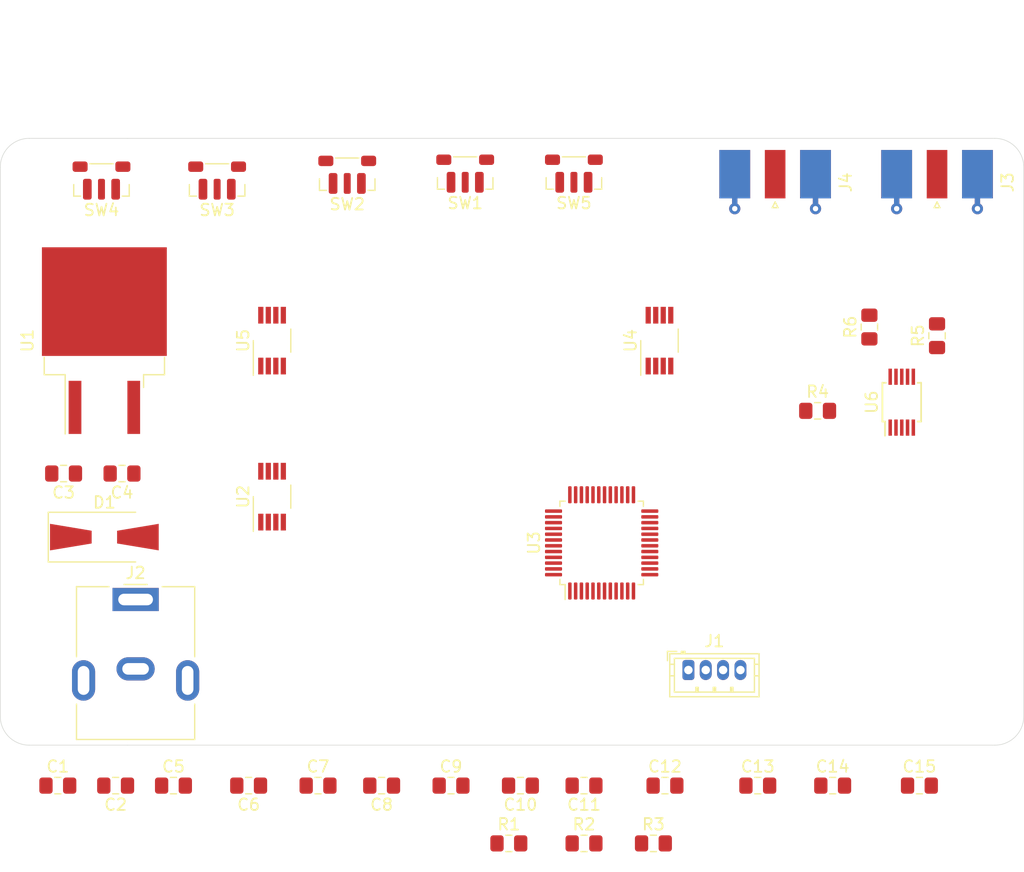
<source format=kicad_pcb>
(kicad_pcb (version 20171130) (host pcbnew "(5.1.6)-1")

  (general
    (thickness 1.6)
    (drawings 10)
    (tracks 0)
    (zones 0)
    (modules 37)
    (nets 65)
  )

  (page A4)
  (layers
    (0 F.Cu signal)
    (31 B.Cu signal)
    (32 B.Adhes user)
    (33 F.Adhes user)
    (34 B.Paste user)
    (35 F.Paste user)
    (36 B.SilkS user)
    (37 F.SilkS user)
    (38 B.Mask user)
    (39 F.Mask user)
    (40 Dwgs.User user)
    (41 Cmts.User user)
    (42 Eco1.User user)
    (43 Eco2.User user)
    (44 Edge.Cuts user)
    (45 Margin user)
    (46 B.CrtYd user)
    (47 F.CrtYd user)
    (48 B.Fab user)
    (49 F.Fab user)
  )

  (setup
    (last_trace_width 0.5)
    (user_trace_width 0.5)
    (user_trace_width 1.5)
    (trace_clearance 0.2)
    (zone_clearance 0.508)
    (zone_45_only no)
    (trace_min 0.2)
    (via_size 0.8)
    (via_drill 0.4)
    (via_min_size 0.4)
    (via_min_drill 0.3)
    (uvia_size 0.3)
    (uvia_drill 0.1)
    (uvias_allowed no)
    (uvia_min_size 0.2)
    (uvia_min_drill 0.1)
    (edge_width 0.05)
    (segment_width 0.2)
    (pcb_text_width 0.3)
    (pcb_text_size 1.5 1.5)
    (mod_edge_width 0.12)
    (mod_text_size 1 1)
    (mod_text_width 0.15)
    (pad_size 1.524 1.524)
    (pad_drill 0.762)
    (pad_to_mask_clearance 0.05)
    (aux_axis_origin 0 0)
    (visible_elements 7FFFFFFF)
    (pcbplotparams
      (layerselection 0x010fc_ffffffff)
      (usegerberextensions false)
      (usegerberattributes true)
      (usegerberadvancedattributes true)
      (creategerberjobfile true)
      (excludeedgelayer true)
      (linewidth 0.100000)
      (plotframeref false)
      (viasonmask false)
      (mode 1)
      (useauxorigin false)
      (hpglpennumber 1)
      (hpglpenspeed 20)
      (hpglpendiameter 15.000000)
      (psnegative false)
      (psa4output false)
      (plotreference true)
      (plotvalue true)
      (plotinvisibletext false)
      (padsonsilk false)
      (subtractmaskfromsilk false)
      (outputformat 1)
      (mirror false)
      (drillshape 1)
      (scaleselection 1)
      (outputdirectory ""))
  )

  (net 0 "")
  (net 1 GND)
  (net 2 3.3MCU)
  (net 3 "Net-(C3-Pad1)")
  (net 4 "Net-(C5-Pad1)")
  (net 5 3.3LCD)
  (net 6 "Net-(C8-Pad1)")
  (net 7 "Net-(C9-Pad1)")
  (net 8 NRST)
  (net 9 3.3GPS)
  (net 10 "Net-(C13-Pad1)")
  (net 11 "Net-(D1-Pad2)")
  (net 12 "Net-(J1-Pad2)")
  (net 13 "Net-(J3-Pad1)")
  (net 14 "Net-(J4-Pad1)")
  (net 15 "Net-(R1-Pad2)")
  (net 16 "Net-(R2-Pad2)")
  (net 17 "Net-(R3-Pad2)")
  (net 18 "Net-(R4-Pad2)")
  (net 19 CLK0)
  (net 20 "Net-(R5-Pad1)")
  (net 21 "Net-(R6-Pad1)")
  (net 22 "Net-(SW1-Pad2)")
  (net 23 "Net-(SW2-Pad2)")
  (net 24 "Net-(SW3-Pad2)")
  (net 25 "Net-(SW4-Pad2)")
  (net 26 "Net-(U2-Pad5)")
  (net 27 "Net-(U3-Pad48)")
  (net 28 "Net-(U3-Pad47)")
  (net 29 "Net-(U3-Pad46)")
  (net 30 "Net-(U3-Pad45)")
  (net 31 "Net-(U3-Pad44)")
  (net 32 "Net-(U3-Pad43)")
  (net 33 "Net-(U3-Pad41)")
  (net 34 SHTDWN_LCD)
  (net 35 SHTDWN_GPS)
  (net 36 "Net-(U3-Pad38)")
  (net 37 "Net-(U3-Pad37)")
  (net 38 "Net-(U3-Pad36)")
  (net 39 "Net-(U3-Pad35)")
  (net 40 "Net-(U3-Pad34)")
  (net 41 "Net-(U3-Pad33)")
  (net 42 "Net-(U3-Pad30)")
  (net 43 "Net-(U3-Pad25)")
  (net 44 "Net-(U3-Pad24)")
  (net 45 "Net-(U3-Pad23)")
  (net 46 "Net-(U3-Pad22)")
  (net 47 "Net-(U3-Pad21)")
  (net 48 "Net-(U3-Pad20)")
  (net 49 "Net-(U3-Pad19)")
  (net 50 I²C_SCL)
  (net 51 I²C_SDA)
  (net 52 "Net-(U3-Pad16)")
  (net 53 "Net-(U3-Pad15)")
  (net 54 "Net-(U3-Pad12)")
  (net 55 "Net-(U3-Pad11)")
  (net 56 "Net-(U3-Pad10)")
  (net 57 "Net-(U3-Pad9)")
  (net 58 "Net-(U3-Pad3)")
  (net 59 "Net-(U3-Pad2)")
  (net 60 "Net-(U4-Pad5)")
  (net 61 "Net-(U5-Pad5)")
  (net 62 "Net-(U6-Pad3)")
  (net 63 "Net-(U6-Pad2)")
  (net 64 /Net_5.5V)

  (net_class Default "This is the default net class."
    (clearance 0.2)
    (trace_width 0.25)
    (via_dia 0.8)
    (via_drill 0.4)
    (uvia_dia 0.3)
    (uvia_drill 0.1)
    (add_net /Net_5.5V)
    (add_net 3.3GPS)
    (add_net 3.3LCD)
    (add_net 3.3MCU)
    (add_net GND)
    (add_net I²C_SCL)
    (add_net I²C_SDA)
    (add_net NRST)
    (add_net "Net-(C13-Pad1)")
    (add_net "Net-(C3-Pad1)")
    (add_net "Net-(C5-Pad1)")
    (add_net "Net-(C8-Pad1)")
    (add_net "Net-(C9-Pad1)")
    (add_net "Net-(D1-Pad2)")
    (add_net "Net-(J1-Pad2)")
    (add_net "Net-(R1-Pad2)")
    (add_net "Net-(R2-Pad2)")
    (add_net "Net-(R3-Pad2)")
    (add_net "Net-(R4-Pad2)")
    (add_net "Net-(R6-Pad1)")
    (add_net "Net-(SW1-Pad2)")
    (add_net "Net-(SW2-Pad2)")
    (add_net "Net-(SW3-Pad2)")
    (add_net "Net-(SW4-Pad2)")
    (add_net "Net-(U2-Pad5)")
    (add_net "Net-(U3-Pad10)")
    (add_net "Net-(U3-Pad11)")
    (add_net "Net-(U3-Pad12)")
    (add_net "Net-(U3-Pad15)")
    (add_net "Net-(U3-Pad16)")
    (add_net "Net-(U3-Pad19)")
    (add_net "Net-(U3-Pad2)")
    (add_net "Net-(U3-Pad20)")
    (add_net "Net-(U3-Pad21)")
    (add_net "Net-(U3-Pad22)")
    (add_net "Net-(U3-Pad23)")
    (add_net "Net-(U3-Pad24)")
    (add_net "Net-(U3-Pad25)")
    (add_net "Net-(U3-Pad3)")
    (add_net "Net-(U3-Pad30)")
    (add_net "Net-(U3-Pad33)")
    (add_net "Net-(U3-Pad34)")
    (add_net "Net-(U3-Pad35)")
    (add_net "Net-(U3-Pad36)")
    (add_net "Net-(U3-Pad37)")
    (add_net "Net-(U3-Pad38)")
    (add_net "Net-(U3-Pad41)")
    (add_net "Net-(U3-Pad43)")
    (add_net "Net-(U3-Pad44)")
    (add_net "Net-(U3-Pad45)")
    (add_net "Net-(U3-Pad46)")
    (add_net "Net-(U3-Pad47)")
    (add_net "Net-(U3-Pad48)")
    (add_net "Net-(U3-Pad9)")
    (add_net "Net-(U4-Pad5)")
    (add_net "Net-(U5-Pad5)")
    (add_net "Net-(U6-Pad2)")
    (add_net "Net-(U6-Pad3)")
    (add_net SHTDWN_GPS)
    (add_net SHTDWN_LCD)
  )

  (net_class CLK ""
    (clearance 0.5)
    (trace_width 1.5)
    (via_dia 0.8)
    (via_drill 0.4)
    (uvia_dia 0.3)
    (uvia_drill 0.1)
    (add_net CLK0)
    (add_net "Net-(J3-Pad1)")
    (add_net "Net-(J4-Pad1)")
    (add_net "Net-(R5-Pad1)")
  )

  (module Resistor_SMD:R_0805_2012Metric_Pad1.15x1.40mm_HandSolder (layer F.Cu) (tedit 5B36C52B) (tstamp 5F3D9151)
    (at 135 97.075 90)
    (descr "Resistor SMD 0805 (2012 Metric), square (rectangular) end terminal, IPC_7351 nominal with elongated pad for handsoldering. (Body size source: https://docs.google.com/spreadsheets/d/1BsfQQcO9C6DZCsRaXUlFlo91Tg2WpOkGARC1WS5S8t0/edit?usp=sharing), generated with kicad-footprint-generator")
    (tags "resistor handsolder")
    (path /5F759E9E)
    (attr smd)
    (fp_text reference R5 (at 0 -1.65 90) (layer F.SilkS)
      (effects (font (size 1 1) (thickness 0.15)))
    )
    (fp_text value 0Ω (at 0 1.65 90) (layer F.Fab)
      (effects (font (size 1 1) (thickness 0.15)))
    )
    (fp_text user %R (at 0 0 90) (layer F.Fab)
      (effects (font (size 0.5 0.5) (thickness 0.08)))
    )
    (fp_line (start -1 0.6) (end -1 -0.6) (layer F.Fab) (width 0.1))
    (fp_line (start -1 -0.6) (end 1 -0.6) (layer F.Fab) (width 0.1))
    (fp_line (start 1 -0.6) (end 1 0.6) (layer F.Fab) (width 0.1))
    (fp_line (start 1 0.6) (end -1 0.6) (layer F.Fab) (width 0.1))
    (fp_line (start -0.261252 -0.71) (end 0.261252 -0.71) (layer F.SilkS) (width 0.12))
    (fp_line (start -0.261252 0.71) (end 0.261252 0.71) (layer F.SilkS) (width 0.12))
    (fp_line (start -1.85 0.95) (end -1.85 -0.95) (layer F.CrtYd) (width 0.05))
    (fp_line (start -1.85 -0.95) (end 1.85 -0.95) (layer F.CrtYd) (width 0.05))
    (fp_line (start 1.85 -0.95) (end 1.85 0.95) (layer F.CrtYd) (width 0.05))
    (fp_line (start 1.85 0.95) (end -1.85 0.95) (layer F.CrtYd) (width 0.05))
    (pad 1 smd roundrect (at -1.025 0 90) (size 1.15 1.4) (layers F.Cu F.Paste F.Mask) (roundrect_rratio 0.217391)
      (net 20 "Net-(R5-Pad1)"))
    (pad 2 smd roundrect (at 1.025 0 90) (size 1.15 1.4) (layers F.Cu F.Paste F.Mask) (roundrect_rratio 0.217391)
      (net 13 "Net-(J3-Pad1)"))
    (model ${KISYS3DMOD}/Resistor_SMD.3dshapes/R_0805_2012Metric.wrl
      (at (xyz 0 0 0))
      (scale (xyz 1 1 1))
      (rotate (xyz 0 0 0))
    )
  )

  (module Diode_SMD:D_SMA-SMB_Universal_Handsoldering (layer F.Cu) (tedit 5864381A) (tstamp 5F3D9067)
    (at 63 114.5)
    (descr "Diode, Universal, SMA (DO-214AC) or SMB (DO-214AA), Handsoldering,")
    (tags "Diode Universal SMA (DO-214AC) SMB (DO-214AA) Handsoldering ")
    (path /5F8AFC3C)
    (attr smd)
    (fp_text reference D1 (at 0 -3) (layer F.SilkS)
      (effects (font (size 1 1) (thickness 0.15)))
    )
    (fp_text value D_Schottky (at 0 3.1) (layer F.Fab)
      (effects (font (size 1 1) (thickness 0.15)))
    )
    (fp_text user %R (at 0 -3) (layer F.Fab)
      (effects (font (size 1 1) (thickness 0.15)))
    )
    (fp_line (start -4.85 -2.15) (end -4.85 2.15) (layer F.SilkS) (width 0.12))
    (fp_line (start 2.3 2) (end -2.3 2) (layer F.Fab) (width 0.1))
    (fp_line (start -2.3 2) (end -2.3 -2) (layer F.Fab) (width 0.1))
    (fp_line (start 2.3 -2) (end 2.3 2) (layer F.Fab) (width 0.1))
    (fp_line (start 2.3 -2) (end -2.3 -2) (layer F.Fab) (width 0.1))
    (fp_line (start 2.3 1.5) (end -2.3 1.5) (layer F.Fab) (width 0.1))
    (fp_line (start -2.3 1.5) (end -2.3 -1.5) (layer F.Fab) (width 0.1))
    (fp_line (start 2.3 -1.5) (end 2.3 1.5) (layer F.Fab) (width 0.1))
    (fp_line (start 2.3 -1.5) (end -2.3 -1.5) (layer F.Fab) (width 0.1))
    (fp_line (start -4.95 -2.25) (end 4.95 -2.25) (layer F.CrtYd) (width 0.05))
    (fp_line (start 4.95 -2.25) (end 4.95 2.25) (layer F.CrtYd) (width 0.05))
    (fp_line (start 4.95 2.25) (end -4.95 2.25) (layer F.CrtYd) (width 0.05))
    (fp_line (start -4.95 2.25) (end -4.95 -2.25) (layer F.CrtYd) (width 0.05))
    (fp_line (start -0.64944 0.00102) (end -1.55114 0.00102) (layer F.Fab) (width 0.1))
    (fp_line (start 0.50118 0.00102) (end 1.4994 0.00102) (layer F.Fab) (width 0.1))
    (fp_line (start -0.64944 -0.79908) (end -0.64944 0.80112) (layer F.Fab) (width 0.1))
    (fp_line (start 0.50118 0.75032) (end 0.50118 -0.79908) (layer F.Fab) (width 0.1))
    (fp_line (start -0.64944 0.00102) (end 0.50118 0.75032) (layer F.Fab) (width 0.1))
    (fp_line (start -0.64944 0.00102) (end 0.50118 -0.79908) (layer F.Fab) (width 0.1))
    (fp_line (start -4.85 2.15) (end 2.7 2.15) (layer F.SilkS) (width 0.12))
    (fp_line (start -4.85 -2.15) (end 2.7 -2.15) (layer F.SilkS) (width 0.12))
    (pad 2 smd trapezoid (at 2.9 0 180) (size 3.6 1.7) (rect_delta 0.6 0 ) (layers F.Cu F.Paste F.Mask)
      (net 11 "Net-(D1-Pad2)"))
    (pad 1 smd trapezoid (at -2.9 0) (size 3.6 1.7) (rect_delta 0.6 0 ) (layers F.Cu F.Paste F.Mask)
      (net 3 "Net-(C3-Pad1)"))
    (model ${KISYS3DMOD}/Diode_SMD.3dshapes/D_SMB.wrl
      (at (xyz 0 0 0))
      (scale (xyz 1 1 1))
      (rotate (xyz 0 0 0))
    )
  )

  (module Connector_Coaxial:SMA_Molex_73251-2120_EdgeMount_Horizontal (layer F.Cu) (tedit 5EBD110B) (tstamp 5F3D90FC)
    (at 121 83.1 90)
    (descr "Molex SMA RF Connector, Edge Mount, (http://www.molex.com/pdm_docs/sd/732512120_sd.pdf)")
    (tags "sma edge")
    (path /5F6781E5)
    (attr smd)
    (fp_text reference J4 (at -0.705 6.1 90) (layer F.SilkS)
      (effects (font (size 1 1) (thickness 0.15)))
    )
    (fp_text value VFO (at -0.1 -6.2 90) (layer F.Fab)
      (effects (font (size 1 1) (thickness 0.15)))
    )
    (fp_text user "PCB Edge" (at 2.155 0 180) (layer Dwgs.User)
      (effects (font (size 0.5 0.5) (thickness 0.08)))
    )
    (fp_text user %R (at 9.095 0 90) (layer F.Fab)
      (effects (font (size 1 1) (thickness 0.15)))
    )
    (fp_line (start 3.115 3.175) (end -1.715 3.175) (layer F.Fab) (width 0.1))
    (fp_line (start 3.115 -3.175) (end 3.115 3.175) (layer F.Fab) (width 0.1))
    (fp_line (start -1.715 -3.175) (end 3.115 -3.175) (layer F.Fab) (width 0.1))
    (fp_line (start 2.095 -2.155) (end 2.095 2.155) (layer F.Fab) (width 0.1))
    (fp_line (start 14.545 2.64) (end 3.115 2.64) (layer F.Fab) (width 0.1))
    (fp_line (start 14.545 -2.64) (end 14.545 2.64) (layer F.Fab) (width 0.1))
    (fp_line (start 14.545 -2.64) (end 3.115 -2.64) (layer F.Fab) (width 0.1))
    (fp_line (start 2.095 2.155) (end -1.715 2.155) (layer F.Fab) (width 0.1))
    (fp_line (start 2.095 -2.155) (end -1.715 -2.155) (layer F.Fab) (width 0.1))
    (fp_line (start -3.975 -5.33) (end 15.045 -5.33) (layer F.CrtYd) (width 0.05))
    (fp_line (start -3.975 -5.33) (end -3.975 5.33) (layer F.CrtYd) (width 0.05))
    (fp_line (start 15.045 5.33) (end -3.975 5.33) (layer F.CrtYd) (width 0.05))
    (fp_line (start 15.045 -5.33) (end 15.045 5.33) (layer F.CrtYd) (width 0.05))
    (fp_line (start -1.715 -3.175) (end -1.715 -2.155) (layer F.Fab) (width 0.1))
    (fp_line (start -1.715 -0.635) (end -1.715 0.635) (layer F.Fab) (width 0.1))
    (fp_line (start 2.095 0.635) (end -1.715 0.635) (layer F.Fab) (width 0.1))
    (fp_line (start 2.095 -0.635) (end -1.715 -0.635) (layer F.Fab) (width 0.1))
    (fp_line (start -2.4 0) (end -2.9 -0.25) (layer F.SilkS) (width 0.12))
    (fp_line (start -2.9 -0.25) (end -2.9 0.25) (layer F.SilkS) (width 0.12))
    (fp_line (start -2.9 0.25) (end -2.4 0) (layer F.SilkS) (width 0.12))
    (fp_line (start -2.9 -0.25) (end -2.4 0) (layer F.Fab) (width 0.1))
    (fp_line (start -2.4 0) (end -2.9 0.25) (layer F.Fab) (width 0.1))
    (fp_line (start -2.9 0.25) (end -2.9 -0.25) (layer F.Fab) (width 0.1))
    (fp_line (start -1.715 3.175) (end -1.715 2.155) (layer F.Fab) (width 0.1))
    (fp_line (start -3.975 -5.33) (end -3.975 5.33) (layer B.CrtYd) (width 0.05))
    (fp_line (start 15.045 5.33) (end -3.975 5.33) (layer B.CrtYd) (width 0.05))
    (fp_line (start 15.045 -5.33) (end 15.045 5.33) (layer B.CrtYd) (width 0.05))
    (fp_line (start -3.975 -5.33) (end 15.045 -5.33) (layer B.CrtYd) (width 0.05))
    (fp_line (start 2.095 -0.635) (end 2.9 0) (layer F.Fab) (width 0.1))
    (fp_line (start 2.9 0) (end 2.095 0.635) (layer F.Fab) (width 0.1))
    (pad 2 smd rect (at -2.54 3.4925 90) (size 0.89 0.46) (layers B.Cu)
      (net 1 GND))
    (pad 2 thru_hole circle (at -2.985 3.4925 90) (size 0.97 0.97) (drill 0.46) (layers *.Cu)
      (net 1 GND))
    (pad 2 smd rect (at -2.54 3.4925 90) (size 0.89 0.46) (layers F.Cu)
      (net 1 GND))
    (pad 2 smd rect (at 0 -3.4925 90) (size 4.19 2.665) (layers B.Cu B.Paste B.Mask)
      (net 1 GND))
    (pad 2 smd rect (at 0 -3.4925 90) (size 4.19 2.665) (layers F.Cu F.Paste F.Mask)
      (net 1 GND))
    (pad 2 smd rect (at 0 3.4925 90) (size 4.19 2.665) (layers B.Cu B.Paste B.Mask)
      (net 1 GND))
    (pad 1 smd rect (at 0 0 90) (size 4.19 1.78) (layers F.Cu F.Paste F.Mask)
      (net 14 "Net-(J4-Pad1)"))
    (pad 2 smd rect (at 0 3.4925 90) (size 4.19 2.665) (layers F.Cu F.Paste F.Mask)
      (net 1 GND))
    (pad 2 thru_hole circle (at -2.985 -3.4925 90) (size 0.97 0.97) (drill 0.46) (layers *.Cu)
      (net 1 GND))
    (pad 2 smd rect (at -2.54 -3.4925 90) (size 0.89 0.46) (layers F.Cu)
      (net 1 GND))
    (pad 2 smd rect (at -2.54 -3.4925 90) (size 0.89 0.46) (layers B.Cu)
      (net 1 GND))
    (model ${KISYS3DMOD}/Connector_Coaxial.3dshapes/SMA_Molex_73251-2120_EdgeMount_Horizontal.wrl
      (at (xyz 0 0 0))
      (scale (xyz 1 1 1))
      (rotate (xyz 0 0 0))
    )
  )

  (module Connector_Coaxial:SMA_Molex_73251-2120_EdgeMount_Horizontal (layer F.Cu) (tedit 5EBD110B) (tstamp 5F3D90D6)
    (at 135 83.1 90)
    (descr "Molex SMA RF Connector, Edge Mount, (http://www.molex.com/pdm_docs/sd/732512120_sd.pdf)")
    (tags "sma edge")
    (path /5F678EA6)
    (attr smd)
    (fp_text reference J3 (at -0.705 6.1 90) (layer F.SilkS)
      (effects (font (size 1 1) (thickness 0.15)))
    )
    (fp_text value LO (at -0.1 -6.2 90) (layer F.Fab)
      (effects (font (size 1 1) (thickness 0.15)))
    )
    (fp_text user "PCB Edge" (at 2.155 0 180) (layer Dwgs.User)
      (effects (font (size 0.5 0.5) (thickness 0.08)))
    )
    (fp_text user %R (at 9.095 0 90) (layer F.Fab)
      (effects (font (size 1 1) (thickness 0.15)))
    )
    (fp_line (start 3.115 3.175) (end -1.715 3.175) (layer F.Fab) (width 0.1))
    (fp_line (start 3.115 -3.175) (end 3.115 3.175) (layer F.Fab) (width 0.1))
    (fp_line (start -1.715 -3.175) (end 3.115 -3.175) (layer F.Fab) (width 0.1))
    (fp_line (start 2.095 -2.155) (end 2.095 2.155) (layer F.Fab) (width 0.1))
    (fp_line (start 14.545 2.64) (end 3.115 2.64) (layer F.Fab) (width 0.1))
    (fp_line (start 14.545 -2.64) (end 14.545 2.64) (layer F.Fab) (width 0.1))
    (fp_line (start 14.545 -2.64) (end 3.115 -2.64) (layer F.Fab) (width 0.1))
    (fp_line (start 2.095 2.155) (end -1.715 2.155) (layer F.Fab) (width 0.1))
    (fp_line (start 2.095 -2.155) (end -1.715 -2.155) (layer F.Fab) (width 0.1))
    (fp_line (start -3.975 -5.33) (end 15.045 -5.33) (layer F.CrtYd) (width 0.05))
    (fp_line (start -3.975 -5.33) (end -3.975 5.33) (layer F.CrtYd) (width 0.05))
    (fp_line (start 15.045 5.33) (end -3.975 5.33) (layer F.CrtYd) (width 0.05))
    (fp_line (start 15.045 -5.33) (end 15.045 5.33) (layer F.CrtYd) (width 0.05))
    (fp_line (start -1.715 -3.175) (end -1.715 -2.155) (layer F.Fab) (width 0.1))
    (fp_line (start -1.715 -0.635) (end -1.715 0.635) (layer F.Fab) (width 0.1))
    (fp_line (start 2.095 0.635) (end -1.715 0.635) (layer F.Fab) (width 0.1))
    (fp_line (start 2.095 -0.635) (end -1.715 -0.635) (layer F.Fab) (width 0.1))
    (fp_line (start -2.4 0) (end -2.9 -0.25) (layer F.SilkS) (width 0.12))
    (fp_line (start -2.9 -0.25) (end -2.9 0.25) (layer F.SilkS) (width 0.12))
    (fp_line (start -2.9 0.25) (end -2.4 0) (layer F.SilkS) (width 0.12))
    (fp_line (start -2.9 -0.25) (end -2.4 0) (layer F.Fab) (width 0.1))
    (fp_line (start -2.4 0) (end -2.9 0.25) (layer F.Fab) (width 0.1))
    (fp_line (start -2.9 0.25) (end -2.9 -0.25) (layer F.Fab) (width 0.1))
    (fp_line (start -1.715 3.175) (end -1.715 2.155) (layer F.Fab) (width 0.1))
    (fp_line (start -3.975 -5.33) (end -3.975 5.33) (layer B.CrtYd) (width 0.05))
    (fp_line (start 15.045 5.33) (end -3.975 5.33) (layer B.CrtYd) (width 0.05))
    (fp_line (start 15.045 -5.33) (end 15.045 5.33) (layer B.CrtYd) (width 0.05))
    (fp_line (start -3.975 -5.33) (end 15.045 -5.33) (layer B.CrtYd) (width 0.05))
    (fp_line (start 2.095 -0.635) (end 2.9 0) (layer F.Fab) (width 0.1))
    (fp_line (start 2.9 0) (end 2.095 0.635) (layer F.Fab) (width 0.1))
    (pad 2 smd rect (at -2.54 3.4925 90) (size 0.89 0.46) (layers B.Cu)
      (net 1 GND))
    (pad 2 thru_hole circle (at -2.985 3.4925 90) (size 0.97 0.97) (drill 0.46) (layers *.Cu)
      (net 1 GND))
    (pad 2 smd rect (at -2.54 3.4925 90) (size 0.89 0.46) (layers F.Cu)
      (net 1 GND))
    (pad 2 smd rect (at 0 -3.4925 90) (size 4.19 2.665) (layers B.Cu B.Paste B.Mask)
      (net 1 GND))
    (pad 2 smd rect (at 0 -3.4925 90) (size 4.19 2.665) (layers F.Cu F.Paste F.Mask)
      (net 1 GND))
    (pad 2 smd rect (at 0 3.4925 90) (size 4.19 2.665) (layers B.Cu B.Paste B.Mask)
      (net 1 GND))
    (pad 1 smd rect (at 0 0 90) (size 4.19 1.78) (layers F.Cu F.Paste F.Mask)
      (net 13 "Net-(J3-Pad1)"))
    (pad 2 smd rect (at 0 3.4925 90) (size 4.19 2.665) (layers F.Cu F.Paste F.Mask)
      (net 1 GND))
    (pad 2 thru_hole circle (at -2.985 -3.4925 90) (size 0.97 0.97) (drill 0.46) (layers *.Cu)
      (net 1 GND))
    (pad 2 smd rect (at -2.54 -3.4925 90) (size 0.89 0.46) (layers F.Cu)
      (net 1 GND))
    (pad 2 smd rect (at -2.54 -3.4925 90) (size 0.89 0.46) (layers B.Cu)
      (net 1 GND))
    (model ${KISYS3DMOD}/Connector_Coaxial.3dshapes/SMA_Molex_73251-2120_EdgeMount_Horizontal.wrl
      (at (xyz 0 0 0))
      (scale (xyz 1 1 1))
      (rotate (xyz 0 0 0))
    )
  )

  (module Connector_BarrelJack:BarrelJack_CUI_PJ-063AH_Horizontal (layer F.Cu) (tedit 5B0886BD) (tstamp 5F3D90B0)
    (at 65.7 119.9)
    (descr "Barrel Jack, 2.0mm ID, 5.5mm OD, 24V, 8A, no switch, https://www.cui.com/product/resource/pj-063ah.pdf")
    (tags "barrel jack cui dc power")
    (path /5F428F52)
    (fp_text reference J2 (at 0 -2.3) (layer F.SilkS)
      (effects (font (size 1 1) (thickness 0.15)))
    )
    (fp_text value DC_in (at 0 13) (layer F.Fab)
      (effects (font (size 1 1) (thickness 0.15)))
    )
    (fp_line (start 6 -1.5) (end -6 -1.5) (layer F.CrtYd) (width 0.05))
    (fp_line (start 6 12.5) (end 6 -1.5) (layer F.CrtYd) (width 0.05))
    (fp_line (start -6 12.5) (end 6 12.5) (layer F.CrtYd) (width 0.05))
    (fp_line (start -6 -1.5) (end -6 12.5) (layer F.CrtYd) (width 0.05))
    (fp_line (start -1 -1.3) (end 1 -1.3) (layer F.SilkS) (width 0.12))
    (fp_line (start -5.11 12.11) (end -5.11 9.05) (layer F.SilkS) (width 0.12))
    (fp_line (start 5.11 12.11) (end -5.11 12.11) (layer F.SilkS) (width 0.12))
    (fp_line (start 5.11 9.05) (end 5.11 12.11) (layer F.SilkS) (width 0.12))
    (fp_line (start 5.11 -1.11) (end 5.11 4.95) (layer F.SilkS) (width 0.12))
    (fp_line (start 2.3 -1.11) (end 5.11 -1.11) (layer F.SilkS) (width 0.12))
    (fp_line (start -5.11 -1.11) (end -2.3 -1.11) (layer F.SilkS) (width 0.12))
    (fp_line (start -5.11 4.95) (end -5.11 -1.11) (layer F.SilkS) (width 0.12))
    (fp_line (start -5 12) (end -5 -1) (layer F.Fab) (width 0.1))
    (fp_line (start 5 12) (end -5 12) (layer F.Fab) (width 0.1))
    (fp_line (start 5 -1) (end 5 12) (layer F.Fab) (width 0.1))
    (fp_line (start 1 -1) (end 5 -1) (layer F.Fab) (width 0.1))
    (fp_line (start 0 0) (end 1 -1) (layer F.Fab) (width 0.1))
    (fp_line (start -1 -1) (end 0 0) (layer F.Fab) (width 0.1))
    (fp_line (start -5 -1) (end -1 -1) (layer F.Fab) (width 0.1))
    (fp_text user %R (at 0 5.5) (layer F.Fab)
      (effects (font (size 1 1) (thickness 0.15)))
    )
    (pad "" np_thru_hole circle (at 0 9) (size 1.6 1.6) (drill 1.6) (layers *.Cu *.Mask))
    (pad MP thru_hole oval (at 4.5 7) (size 2 3.5) (drill oval 1 2.5) (layers *.Cu *.Mask))
    (pad MP thru_hole oval (at -4.5 7) (size 2 3.5) (drill oval 1 2.5) (layers *.Cu *.Mask))
    (pad 2 thru_hole oval (at 0 6) (size 3.3 2) (drill oval 2.3 1) (layers *.Cu *.Mask)
      (net 1 GND))
    (pad 1 thru_hole rect (at 0 0) (size 4 2) (drill oval 3 1) (layers *.Cu *.Mask)
      (net 11 "Net-(D1-Pad2)"))
    (model ${KISYS3DMOD}/Connector_BarrelJack.3dshapes/BarrelJack_CUI_PJ-063AH_Horizontal.wrl
      (at (xyz 0 0 0))
      (scale (xyz 1 1 1))
      (rotate (xyz 0 0 0))
    )
  )

  (module Connector_JST:JST_ZH_B4B-ZR_1x04_P1.50mm_Vertical (layer F.Cu) (tedit 5E793890) (tstamp 5F3D9093)
    (at 113.5 126)
    (descr "JST ZH series connector, B4B-ZR (http://www.jst-mfg.com/product/pdf/eng/eZH.pdf), generated with kicad-footprint-generator")
    (tags "connector JST ZH vertical")
    (path /5F4C4779)
    (fp_text reference J1 (at 2.25 -2.5) (layer F.SilkS)
      (effects (font (size 1 1) (thickness 0.15)))
    )
    (fp_text value SWIM (at 2.25 3.4) (layer F.Fab)
      (effects (font (size 1 1) (thickness 0.15)))
    )
    (fp_text user %R (at 2.25 1.5) (layer F.Fab)
      (effects (font (size 1 1) (thickness 0.15)))
    )
    (fp_line (start -1.61 -1.41) (end -1.61 2.31) (layer F.SilkS) (width 0.12))
    (fp_line (start -1.61 2.31) (end 6.11 2.31) (layer F.SilkS) (width 0.12))
    (fp_line (start 6.11 2.31) (end 6.11 -1.41) (layer F.SilkS) (width 0.12))
    (fp_line (start 6.11 -1.41) (end -1.61 -1.41) (layer F.SilkS) (width 0.12))
    (fp_line (start -0.3 -1.41) (end -0.3 -1.61) (layer F.SilkS) (width 0.12))
    (fp_line (start -0.3 -1.61) (end -0.6 -1.61) (layer F.SilkS) (width 0.12))
    (fp_line (start -0.6 -1.61) (end -0.6 -1.41) (layer F.SilkS) (width 0.12))
    (fp_line (start -0.3 -1.51) (end -0.6 -1.51) (layer F.SilkS) (width 0.12))
    (fp_line (start -1.21 -1.01) (end -1.21 1.91) (layer F.SilkS) (width 0.12))
    (fp_line (start -1.21 1.91) (end 5.71 1.91) (layer F.SilkS) (width 0.12))
    (fp_line (start 5.71 1.91) (end 5.71 -1.01) (layer F.SilkS) (width 0.12))
    (fp_line (start 5.71 -1.01) (end -1.21 -1.01) (layer F.SilkS) (width 0.12))
    (fp_line (start -1.61 -0.5) (end -1.21 -0.5) (layer F.SilkS) (width 0.12))
    (fp_line (start -1.61 0.5) (end -1.21 0.5) (layer F.SilkS) (width 0.12))
    (fp_line (start 6.11 -0.5) (end 5.71 -0.5) (layer F.SilkS) (width 0.12))
    (fp_line (start 6.11 0.5) (end 5.71 0.5) (layer F.SilkS) (width 0.12))
    (fp_line (start 0.65 1.91) (end 0.65 1.51) (layer F.SilkS) (width 0.12))
    (fp_line (start 0.65 1.51) (end 0.85 1.51) (layer F.SilkS) (width 0.12))
    (fp_line (start 0.85 1.51) (end 0.85 1.91) (layer F.SilkS) (width 0.12))
    (fp_line (start 0.75 1.91) (end 0.75 1.51) (layer F.SilkS) (width 0.12))
    (fp_line (start 2.15 1.91) (end 2.15 1.51) (layer F.SilkS) (width 0.12))
    (fp_line (start 2.15 1.51) (end 2.35 1.51) (layer F.SilkS) (width 0.12))
    (fp_line (start 2.35 1.51) (end 2.35 1.91) (layer F.SilkS) (width 0.12))
    (fp_line (start 2.25 1.91) (end 2.25 1.51) (layer F.SilkS) (width 0.12))
    (fp_line (start 3.65 1.91) (end 3.65 1.51) (layer F.SilkS) (width 0.12))
    (fp_line (start 3.65 1.51) (end 3.85 1.51) (layer F.SilkS) (width 0.12))
    (fp_line (start 3.85 1.51) (end 3.85 1.91) (layer F.SilkS) (width 0.12))
    (fp_line (start 3.75 1.91) (end 3.75 1.51) (layer F.SilkS) (width 0.12))
    (fp_line (start -1.01 -1.61) (end -1.81 -1.61) (layer F.SilkS) (width 0.12))
    (fp_line (start -1.81 -1.61) (end -1.81 -0.81) (layer F.SilkS) (width 0.12))
    (fp_line (start -1.01 -1.61) (end -1.81 -1.61) (layer F.Fab) (width 0.1))
    (fp_line (start -1.81 -1.61) (end -1.81 -0.81) (layer F.Fab) (width 0.1))
    (fp_line (start -1.5 -1.3) (end -1.5 2.2) (layer F.Fab) (width 0.1))
    (fp_line (start -1.5 2.2) (end 6 2.2) (layer F.Fab) (width 0.1))
    (fp_line (start 6 2.2) (end 6 -1.3) (layer F.Fab) (width 0.1))
    (fp_line (start 6 -1.3) (end -1.5 -1.3) (layer F.Fab) (width 0.1))
    (fp_line (start -2 -1.8) (end -2 2.7) (layer F.CrtYd) (width 0.05))
    (fp_line (start -2 2.7) (end 6.5 2.7) (layer F.CrtYd) (width 0.05))
    (fp_line (start 6.5 2.7) (end 6.5 -1.8) (layer F.CrtYd) (width 0.05))
    (fp_line (start 6.5 -1.8) (end -2 -1.8) (layer F.CrtYd) (width 0.05))
    (pad 4 thru_hole oval (at 4.5 0) (size 1.03 1.73) (drill 0.73) (layers *.Cu *.Mask)
      (net 8 NRST))
    (pad 3 thru_hole oval (at 3 0) (size 1.03 1.73) (drill 0.73) (layers *.Cu *.Mask)
      (net 1 GND))
    (pad 2 thru_hole oval (at 1.5 0) (size 1.03 1.73) (drill 0.73) (layers *.Cu *.Mask)
      (net 12 "Net-(J1-Pad2)"))
    (pad 1 thru_hole roundrect (at 0 0) (size 1.03 1.73) (drill 0.73) (layers *.Cu *.Mask) (roundrect_rratio 0.242718)
      (net 2 3.3MCU))
    (model ${KISYS3DMOD}/Connector_JST.3dshapes/JST_ZH_B4B-ZR_1x04_P1.50mm_Vertical.wrl
      (at (xyz 0 0 0))
      (scale (xyz 1 1 1))
      (rotate (xyz 0 0 0))
    )
  )

  (module Package_SO:MSOP-10_3x3mm_P0.5mm (layer F.Cu) (tedit 5A02F25C) (tstamp 5F3D92FC)
    (at 131.95 102.825 90)
    (descr "10-Lead Plastic Micro Small Outline Package (MS) [MSOP] (see Microchip Packaging Specification 00000049BS.pdf)")
    (tags "SSOP 0.5")
    (path /5F3D7D28)
    (attr smd)
    (fp_text reference U6 (at 0 -2.6 90) (layer F.SilkS)
      (effects (font (size 1 1) (thickness 0.15)))
    )
    (fp_text value Si5351A-B-GT (at 0 2.6 90) (layer F.Fab)
      (effects (font (size 1 1) (thickness 0.15)))
    )
    (fp_text user %R (at 0 0 90) (layer F.Fab)
      (effects (font (size 0.6 0.6) (thickness 0.15)))
    )
    (fp_line (start -0.5 -1.5) (end 1.5 -1.5) (layer F.Fab) (width 0.15))
    (fp_line (start 1.5 -1.5) (end 1.5 1.5) (layer F.Fab) (width 0.15))
    (fp_line (start 1.5 1.5) (end -1.5 1.5) (layer F.Fab) (width 0.15))
    (fp_line (start -1.5 1.5) (end -1.5 -0.5) (layer F.Fab) (width 0.15))
    (fp_line (start -1.5 -0.5) (end -0.5 -1.5) (layer F.Fab) (width 0.15))
    (fp_line (start -3.15 -1.85) (end -3.15 1.85) (layer F.CrtYd) (width 0.05))
    (fp_line (start 3.15 -1.85) (end 3.15 1.85) (layer F.CrtYd) (width 0.05))
    (fp_line (start -3.15 -1.85) (end 3.15 -1.85) (layer F.CrtYd) (width 0.05))
    (fp_line (start -3.15 1.85) (end 3.15 1.85) (layer F.CrtYd) (width 0.05))
    (fp_line (start -1.675 -1.675) (end -1.675 -1.45) (layer F.SilkS) (width 0.15))
    (fp_line (start 1.675 -1.675) (end 1.675 -1.375) (layer F.SilkS) (width 0.15))
    (fp_line (start 1.675 1.675) (end 1.675 1.375) (layer F.SilkS) (width 0.15))
    (fp_line (start -1.675 1.675) (end -1.675 1.375) (layer F.SilkS) (width 0.15))
    (fp_line (start -1.675 -1.675) (end 1.675 -1.675) (layer F.SilkS) (width 0.15))
    (fp_line (start -1.675 1.675) (end 1.675 1.675) (layer F.SilkS) (width 0.15))
    (fp_line (start -1.675 -1.45) (end -2.9 -1.45) (layer F.SilkS) (width 0.15))
    (pad 1 smd rect (at -2.2 -1 90) (size 1.4 0.3) (layers F.Cu F.Paste F.Mask)
      (net 2 3.3MCU))
    (pad 2 smd rect (at -2.2 -0.5 90) (size 1.4 0.3) (layers F.Cu F.Paste F.Mask)
      (net 63 "Net-(U6-Pad2)"))
    (pad 3 smd rect (at -2.2 0 90) (size 1.4 0.3) (layers F.Cu F.Paste F.Mask)
      (net 62 "Net-(U6-Pad3)"))
    (pad 4 smd rect (at -2.2 0.5 90) (size 1.4 0.3) (layers F.Cu F.Paste F.Mask)
      (net 50 I²C_SCL))
    (pad 5 smd rect (at -2.2 1 90) (size 1.4 0.3) (layers F.Cu F.Paste F.Mask)
      (net 51 I²C_SDA))
    (pad 6 smd rect (at 2.2 1 90) (size 1.4 0.3) (layers F.Cu F.Paste F.Mask)
      (net 20 "Net-(R5-Pad1)"))
    (pad 7 smd rect (at 2.2 0.5 90) (size 1.4 0.3) (layers F.Cu F.Paste F.Mask)
      (net 2 3.3MCU))
    (pad 8 smd rect (at 2.2 0 90) (size 1.4 0.3) (layers F.Cu F.Paste F.Mask)
      (net 1 GND))
    (pad 9 smd rect (at 2.2 -0.5 90) (size 1.4 0.3) (layers F.Cu F.Paste F.Mask)
      (net 21 "Net-(R6-Pad1)"))
    (pad 10 smd rect (at 2.2 -1 90) (size 1.4 0.3) (layers F.Cu F.Paste F.Mask)
      (net 18 "Net-(R4-Pad2)"))
    (model ${KISYS3DMOD}/Package_SO.3dshapes/MSOP-10_3x3mm_P0.5mm.wrl
      (at (xyz 0 0 0))
      (scale (xyz 1 1 1))
      (rotate (xyz 0 0 0))
    )
  )

  (module Package_SO:VSSOP-8_3.0x3.0mm_P0.65mm (layer F.Cu) (tedit 5A02F25C) (tstamp 5F3D92DD)
    (at 77.5 97.5 90)
    (descr "VSSOP-8 3.0 x 3.0, http://www.ti.com/lit/ds/symlink/lm75b.pdf")
    (tags "VSSOP-8 3.0 x 3.0")
    (path /5F3FC061)
    (attr smd)
    (fp_text reference U5 (at 0 -2.5 90) (layer F.SilkS)
      (effects (font (size 1 1) (thickness 0.15)))
    )
    (fp_text value LP3982IMM-3.3 (at 0.02 2.73 90) (layer F.Fab)
      (effects (font (size 1 1) (thickness 0.15)))
    )
    (fp_line (start 1.5 -1.5) (end 1.5 1.5) (layer F.Fab) (width 0.1))
    (fp_line (start 1.5 1.5) (end -1.5 1.5) (layer F.Fab) (width 0.1))
    (fp_line (start -1.5 1.5) (end -1.5 -0.5) (layer F.Fab) (width 0.1))
    (fp_line (start -0.5 -1.5) (end 1.5 -1.5) (layer F.Fab) (width 0.1))
    (fp_line (start -0.5 -1.5) (end -1.5 -0.5) (layer F.Fab) (width 0.1))
    (fp_line (start 0 -1.62) (end -3 -1.62) (layer F.SilkS) (width 0.12))
    (fp_line (start 1 1.62) (end -1 1.62) (layer F.SilkS) (width 0.12))
    (fp_line (start 3.48 -1.75) (end 3.48 1.75) (layer F.CrtYd) (width 0.05))
    (fp_line (start 3.48 1.75) (end -3.48 1.75) (layer F.CrtYd) (width 0.05))
    (fp_line (start -3.48 1.75) (end -3.48 -1.75) (layer F.CrtYd) (width 0.05))
    (fp_line (start -3.48 -1.75) (end 3.48 -1.75) (layer F.CrtYd) (width 0.05))
    (fp_text user %R (at 0 0 90) (layer F.Fab)
      (effects (font (size 0.5 0.5) (thickness 0.1)))
    )
    (pad 8 smd rect (at 2.2 -0.975) (size 0.45 1.45) (layers F.Cu F.Paste F.Mask)
      (net 17 "Net-(R3-Pad2)"))
    (pad 7 smd rect (at 2.2 -0.325) (size 0.45 1.45) (layers F.Cu F.Paste F.Mask)
      (net 35 SHTDWN_GPS))
    (pad 6 smd rect (at 2.2 0.325) (size 0.45 1.45) (layers F.Cu F.Paste F.Mask)
      (net 10 "Net-(C13-Pad1)"))
    (pad 5 smd rect (at 2.2 0.975) (size 0.45 1.45) (layers F.Cu F.Paste F.Mask)
      (net 61 "Net-(U5-Pad5)"))
    (pad 4 smd rect (at -2.2 0.975) (size 0.45 1.45) (layers F.Cu F.Paste F.Mask)
      (net 9 3.3GPS))
    (pad 3 smd rect (at -2.2 0.325) (size 0.45 1.45) (layers F.Cu F.Paste F.Mask)
      (net 1 GND))
    (pad 2 smd rect (at -2.2 -0.325) (size 0.45 1.45) (layers F.Cu F.Paste F.Mask)
      (net 64 /Net_5.5V))
    (pad 1 smd rect (at -2.2 -0.975) (size 0.45 1.45) (layers F.Cu F.Paste F.Mask)
      (net 9 3.3GPS))
    (model ${KISYS3DMOD}/Package_SO.3dshapes/VSSOP-8_3.0x3.0mm_P0.65mm.wrl
      (at (xyz 0 0 0))
      (scale (xyz 1 1 1))
      (rotate (xyz 0 0 0))
    )
  )

  (module Package_SO:VSSOP-8_3.0x3.0mm_P0.65mm (layer F.Cu) (tedit 5A02F25C) (tstamp 5F3D92C5)
    (at 111 97.5 90)
    (descr "VSSOP-8 3.0 x 3.0, http://www.ti.com/lit/ds/symlink/lm75b.pdf")
    (tags "VSSOP-8 3.0 x 3.0")
    (path /5F3EBD5F)
    (attr smd)
    (fp_text reference U4 (at 0 -2.5 90) (layer F.SilkS)
      (effects (font (size 1 1) (thickness 0.15)))
    )
    (fp_text value LP3982IMM-3.3 (at 0.02 2.73 90) (layer F.Fab)
      (effects (font (size 1 1) (thickness 0.15)))
    )
    (fp_line (start 1.5 -1.5) (end 1.5 1.5) (layer F.Fab) (width 0.1))
    (fp_line (start 1.5 1.5) (end -1.5 1.5) (layer F.Fab) (width 0.1))
    (fp_line (start -1.5 1.5) (end -1.5 -0.5) (layer F.Fab) (width 0.1))
    (fp_line (start -0.5 -1.5) (end 1.5 -1.5) (layer F.Fab) (width 0.1))
    (fp_line (start -0.5 -1.5) (end -1.5 -0.5) (layer F.Fab) (width 0.1))
    (fp_line (start 0 -1.62) (end -3 -1.62) (layer F.SilkS) (width 0.12))
    (fp_line (start 1 1.62) (end -1 1.62) (layer F.SilkS) (width 0.12))
    (fp_line (start 3.48 -1.75) (end 3.48 1.75) (layer F.CrtYd) (width 0.05))
    (fp_line (start 3.48 1.75) (end -3.48 1.75) (layer F.CrtYd) (width 0.05))
    (fp_line (start -3.48 1.75) (end -3.48 -1.75) (layer F.CrtYd) (width 0.05))
    (fp_line (start -3.48 -1.75) (end 3.48 -1.75) (layer F.CrtYd) (width 0.05))
    (fp_text user %R (at -0.07 0 90) (layer F.Fab)
      (effects (font (size 0.5 0.5) (thickness 0.1)))
    )
    (pad 8 smd rect (at 2.2 -0.975) (size 0.45 1.45) (layers F.Cu F.Paste F.Mask)
      (net 16 "Net-(R2-Pad2)"))
    (pad 7 smd rect (at 2.2 -0.325) (size 0.45 1.45) (layers F.Cu F.Paste F.Mask)
      (net 34 SHTDWN_LCD))
    (pad 6 smd rect (at 2.2 0.325) (size 0.45 1.45) (layers F.Cu F.Paste F.Mask)
      (net 6 "Net-(C8-Pad1)"))
    (pad 5 smd rect (at 2.2 0.975) (size 0.45 1.45) (layers F.Cu F.Paste F.Mask)
      (net 60 "Net-(U4-Pad5)"))
    (pad 4 smd rect (at -2.2 0.975) (size 0.45 1.45) (layers F.Cu F.Paste F.Mask)
      (net 5 3.3LCD))
    (pad 3 smd rect (at -2.2 0.325) (size 0.45 1.45) (layers F.Cu F.Paste F.Mask)
      (net 1 GND))
    (pad 2 smd rect (at -2.2 -0.325) (size 0.45 1.45) (layers F.Cu F.Paste F.Mask)
      (net 64 /Net_5.5V))
    (pad 1 smd rect (at -2.2 -0.975) (size 0.45 1.45) (layers F.Cu F.Paste F.Mask)
      (net 5 3.3LCD))
    (model ${KISYS3DMOD}/Package_SO.3dshapes/VSSOP-8_3.0x3.0mm_P0.65mm.wrl
      (at (xyz 0 0 0))
      (scale (xyz 1 1 1))
      (rotate (xyz 0 0 0))
    )
  )

  (module Package_QFP:LQFP-48_7x7mm_P0.5mm (layer F.Cu) (tedit 5D9F72AF) (tstamp 5F3D92AD)
    (at 106 115 90)
    (descr "LQFP, 48 Pin (https://www.analog.com/media/en/technical-documentation/data-sheets/ltc2358-16.pdf), generated with kicad-footprint-generator ipc_gullwing_generator.py")
    (tags "LQFP QFP")
    (path /5F3D048C)
    (attr smd)
    (fp_text reference U3 (at 0 -5.85 90) (layer F.SilkS)
      (effects (font (size 1 1) (thickness 0.15)))
    )
    (fp_text value STM8S208C8 (at 0 5.85 90) (layer F.Fab)
      (effects (font (size 1 1) (thickness 0.15)))
    )
    (fp_line (start 5.15 3.15) (end 5.15 0) (layer F.CrtYd) (width 0.05))
    (fp_line (start 3.75 3.15) (end 5.15 3.15) (layer F.CrtYd) (width 0.05))
    (fp_line (start 3.75 3.75) (end 3.75 3.15) (layer F.CrtYd) (width 0.05))
    (fp_line (start 3.15 3.75) (end 3.75 3.75) (layer F.CrtYd) (width 0.05))
    (fp_line (start 3.15 5.15) (end 3.15 3.75) (layer F.CrtYd) (width 0.05))
    (fp_line (start 0 5.15) (end 3.15 5.15) (layer F.CrtYd) (width 0.05))
    (fp_line (start -5.15 3.15) (end -5.15 0) (layer F.CrtYd) (width 0.05))
    (fp_line (start -3.75 3.15) (end -5.15 3.15) (layer F.CrtYd) (width 0.05))
    (fp_line (start -3.75 3.75) (end -3.75 3.15) (layer F.CrtYd) (width 0.05))
    (fp_line (start -3.15 3.75) (end -3.75 3.75) (layer F.CrtYd) (width 0.05))
    (fp_line (start -3.15 5.15) (end -3.15 3.75) (layer F.CrtYd) (width 0.05))
    (fp_line (start 0 5.15) (end -3.15 5.15) (layer F.CrtYd) (width 0.05))
    (fp_line (start 5.15 -3.15) (end 5.15 0) (layer F.CrtYd) (width 0.05))
    (fp_line (start 3.75 -3.15) (end 5.15 -3.15) (layer F.CrtYd) (width 0.05))
    (fp_line (start 3.75 -3.75) (end 3.75 -3.15) (layer F.CrtYd) (width 0.05))
    (fp_line (start 3.15 -3.75) (end 3.75 -3.75) (layer F.CrtYd) (width 0.05))
    (fp_line (start 3.15 -5.15) (end 3.15 -3.75) (layer F.CrtYd) (width 0.05))
    (fp_line (start 0 -5.15) (end 3.15 -5.15) (layer F.CrtYd) (width 0.05))
    (fp_line (start -5.15 -3.15) (end -5.15 0) (layer F.CrtYd) (width 0.05))
    (fp_line (start -3.75 -3.15) (end -5.15 -3.15) (layer F.CrtYd) (width 0.05))
    (fp_line (start -3.75 -3.75) (end -3.75 -3.15) (layer F.CrtYd) (width 0.05))
    (fp_line (start -3.15 -3.75) (end -3.75 -3.75) (layer F.CrtYd) (width 0.05))
    (fp_line (start -3.15 -5.15) (end -3.15 -3.75) (layer F.CrtYd) (width 0.05))
    (fp_line (start 0 -5.15) (end -3.15 -5.15) (layer F.CrtYd) (width 0.05))
    (fp_line (start -3.5 -2.5) (end -2.5 -3.5) (layer F.Fab) (width 0.1))
    (fp_line (start -3.5 3.5) (end -3.5 -2.5) (layer F.Fab) (width 0.1))
    (fp_line (start 3.5 3.5) (end -3.5 3.5) (layer F.Fab) (width 0.1))
    (fp_line (start 3.5 -3.5) (end 3.5 3.5) (layer F.Fab) (width 0.1))
    (fp_line (start -2.5 -3.5) (end 3.5 -3.5) (layer F.Fab) (width 0.1))
    (fp_line (start -3.61 -3.16) (end -4.9 -3.16) (layer F.SilkS) (width 0.12))
    (fp_line (start -3.61 -3.61) (end -3.61 -3.16) (layer F.SilkS) (width 0.12))
    (fp_line (start -3.16 -3.61) (end -3.61 -3.61) (layer F.SilkS) (width 0.12))
    (fp_line (start 3.61 -3.61) (end 3.61 -3.16) (layer F.SilkS) (width 0.12))
    (fp_line (start 3.16 -3.61) (end 3.61 -3.61) (layer F.SilkS) (width 0.12))
    (fp_line (start -3.61 3.61) (end -3.61 3.16) (layer F.SilkS) (width 0.12))
    (fp_line (start -3.16 3.61) (end -3.61 3.61) (layer F.SilkS) (width 0.12))
    (fp_line (start 3.61 3.61) (end 3.61 3.16) (layer F.SilkS) (width 0.12))
    (fp_line (start 3.16 3.61) (end 3.61 3.61) (layer F.SilkS) (width 0.12))
    (fp_text user %R (at 0 0 270) (layer F.Fab)
      (effects (font (size 1 1) (thickness 0.15)))
    )
    (pad 48 smd roundrect (at -2.75 -4.1625 90) (size 0.3 1.475) (layers F.Cu F.Paste F.Mask) (roundrect_rratio 0.25)
      (net 27 "Net-(U3-Pad48)"))
    (pad 47 smd roundrect (at -2.25 -4.1625 90) (size 0.3 1.475) (layers F.Cu F.Paste F.Mask) (roundrect_rratio 0.25)
      (net 28 "Net-(U3-Pad47)"))
    (pad 46 smd roundrect (at -1.75 -4.1625 90) (size 0.3 1.475) (layers F.Cu F.Paste F.Mask) (roundrect_rratio 0.25)
      (net 29 "Net-(U3-Pad46)"))
    (pad 45 smd roundrect (at -1.25 -4.1625 90) (size 0.3 1.475) (layers F.Cu F.Paste F.Mask) (roundrect_rratio 0.25)
      (net 30 "Net-(U3-Pad45)"))
    (pad 44 smd roundrect (at -0.75 -4.1625 90) (size 0.3 1.475) (layers F.Cu F.Paste F.Mask) (roundrect_rratio 0.25)
      (net 31 "Net-(U3-Pad44)"))
    (pad 43 smd roundrect (at -0.25 -4.1625 90) (size 0.3 1.475) (layers F.Cu F.Paste F.Mask) (roundrect_rratio 0.25)
      (net 32 "Net-(U3-Pad43)"))
    (pad 42 smd roundrect (at 0.25 -4.1625 90) (size 0.3 1.475) (layers F.Cu F.Paste F.Mask) (roundrect_rratio 0.25)
      (net 12 "Net-(J1-Pad2)"))
    (pad 41 smd roundrect (at 0.75 -4.1625 90) (size 0.3 1.475) (layers F.Cu F.Paste F.Mask) (roundrect_rratio 0.25)
      (net 33 "Net-(U3-Pad41)"))
    (pad 40 smd roundrect (at 1.25 -4.1625 90) (size 0.3 1.475) (layers F.Cu F.Paste F.Mask) (roundrect_rratio 0.25)
      (net 34 SHTDWN_LCD))
    (pad 39 smd roundrect (at 1.75 -4.1625 90) (size 0.3 1.475) (layers F.Cu F.Paste F.Mask) (roundrect_rratio 0.25)
      (net 35 SHTDWN_GPS))
    (pad 38 smd roundrect (at 2.25 -4.1625 90) (size 0.3 1.475) (layers F.Cu F.Paste F.Mask) (roundrect_rratio 0.25)
      (net 36 "Net-(U3-Pad38)"))
    (pad 37 smd roundrect (at 2.75 -4.1625 90) (size 0.3 1.475) (layers F.Cu F.Paste F.Mask) (roundrect_rratio 0.25)
      (net 37 "Net-(U3-Pad37)"))
    (pad 36 smd roundrect (at 4.1625 -2.75 90) (size 1.475 0.3) (layers F.Cu F.Paste F.Mask) (roundrect_rratio 0.25)
      (net 38 "Net-(U3-Pad36)"))
    (pad 35 smd roundrect (at 4.1625 -2.25 90) (size 1.475 0.3) (layers F.Cu F.Paste F.Mask) (roundrect_rratio 0.25)
      (net 39 "Net-(U3-Pad35)"))
    (pad 34 smd roundrect (at 4.1625 -1.75 90) (size 1.475 0.3) (layers F.Cu F.Paste F.Mask) (roundrect_rratio 0.25)
      (net 40 "Net-(U3-Pad34)"))
    (pad 33 smd roundrect (at 4.1625 -1.25 90) (size 1.475 0.3) (layers F.Cu F.Paste F.Mask) (roundrect_rratio 0.25)
      (net 41 "Net-(U3-Pad33)"))
    (pad 32 smd roundrect (at 4.1625 -0.75 90) (size 1.475 0.3) (layers F.Cu F.Paste F.Mask) (roundrect_rratio 0.25)
      (net 2 3.3MCU))
    (pad 31 smd roundrect (at 4.1625 -0.25 90) (size 1.475 0.3) (layers F.Cu F.Paste F.Mask) (roundrect_rratio 0.25)
      (net 1 GND))
    (pad 30 smd roundrect (at 4.1625 0.25 90) (size 1.475 0.3) (layers F.Cu F.Paste F.Mask) (roundrect_rratio 0.25)
      (net 42 "Net-(U3-Pad30)"))
    (pad 29 smd roundrect (at 4.1625 0.75 90) (size 1.475 0.3) (layers F.Cu F.Paste F.Mask) (roundrect_rratio 0.25)
      (net 25 "Net-(SW4-Pad2)"))
    (pad 28 smd roundrect (at 4.1625 1.25 90) (size 1.475 0.3) (layers F.Cu F.Paste F.Mask) (roundrect_rratio 0.25)
      (net 24 "Net-(SW3-Pad2)"))
    (pad 27 smd roundrect (at 4.1625 1.75 90) (size 1.475 0.3) (layers F.Cu F.Paste F.Mask) (roundrect_rratio 0.25)
      (net 23 "Net-(SW2-Pad2)"))
    (pad 26 smd roundrect (at 4.1625 2.25 90) (size 1.475 0.3) (layers F.Cu F.Paste F.Mask) (roundrect_rratio 0.25)
      (net 22 "Net-(SW1-Pad2)"))
    (pad 25 smd roundrect (at 4.1625 2.75 90) (size 1.475 0.3) (layers F.Cu F.Paste F.Mask) (roundrect_rratio 0.25)
      (net 43 "Net-(U3-Pad25)"))
    (pad 24 smd roundrect (at 2.75 4.1625 90) (size 0.3 1.475) (layers F.Cu F.Paste F.Mask) (roundrect_rratio 0.25)
      (net 44 "Net-(U3-Pad24)"))
    (pad 23 smd roundrect (at 2.25 4.1625 90) (size 0.3 1.475) (layers F.Cu F.Paste F.Mask) (roundrect_rratio 0.25)
      (net 45 "Net-(U3-Pad23)"))
    (pad 22 smd roundrect (at 1.75 4.1625 90) (size 0.3 1.475) (layers F.Cu F.Paste F.Mask) (roundrect_rratio 0.25)
      (net 46 "Net-(U3-Pad22)"))
    (pad 21 smd roundrect (at 1.25 4.1625 90) (size 0.3 1.475) (layers F.Cu F.Paste F.Mask) (roundrect_rratio 0.25)
      (net 47 "Net-(U3-Pad21)"))
    (pad 20 smd roundrect (at 0.75 4.1625 90) (size 0.3 1.475) (layers F.Cu F.Paste F.Mask) (roundrect_rratio 0.25)
      (net 48 "Net-(U3-Pad20)"))
    (pad 19 smd roundrect (at 0.25 4.1625 90) (size 0.3 1.475) (layers F.Cu F.Paste F.Mask) (roundrect_rratio 0.25)
      (net 49 "Net-(U3-Pad19)"))
    (pad 18 smd roundrect (at -0.25 4.1625 90) (size 0.3 1.475) (layers F.Cu F.Paste F.Mask) (roundrect_rratio 0.25)
      (net 50 I²C_SCL))
    (pad 17 smd roundrect (at -0.75 4.1625 90) (size 0.3 1.475) (layers F.Cu F.Paste F.Mask) (roundrect_rratio 0.25)
      (net 51 I²C_SDA))
    (pad 16 smd roundrect (at -1.25 4.1625 90) (size 0.3 1.475) (layers F.Cu F.Paste F.Mask) (roundrect_rratio 0.25)
      (net 52 "Net-(U3-Pad16)"))
    (pad 15 smd roundrect (at -1.75 4.1625 90) (size 0.3 1.475) (layers F.Cu F.Paste F.Mask) (roundrect_rratio 0.25)
      (net 53 "Net-(U3-Pad15)"))
    (pad 14 smd roundrect (at -2.25 4.1625 90) (size 0.3 1.475) (layers F.Cu F.Paste F.Mask) (roundrect_rratio 0.25)
      (net 1 GND))
    (pad 13 smd roundrect (at -2.75 4.1625 90) (size 0.3 1.475) (layers F.Cu F.Paste F.Mask) (roundrect_rratio 0.25)
      (net 2 3.3MCU))
    (pad 12 smd roundrect (at -4.1625 2.75 90) (size 1.475 0.3) (layers F.Cu F.Paste F.Mask) (roundrect_rratio 0.25)
      (net 54 "Net-(U3-Pad12)"))
    (pad 11 smd roundrect (at -4.1625 2.25 90) (size 1.475 0.3) (layers F.Cu F.Paste F.Mask) (roundrect_rratio 0.25)
      (net 55 "Net-(U3-Pad11)"))
    (pad 10 smd roundrect (at -4.1625 1.75 90) (size 1.475 0.3) (layers F.Cu F.Paste F.Mask) (roundrect_rratio 0.25)
      (net 56 "Net-(U3-Pad10)"))
    (pad 9 smd roundrect (at -4.1625 1.25 90) (size 1.475 0.3) (layers F.Cu F.Paste F.Mask) (roundrect_rratio 0.25)
      (net 57 "Net-(U3-Pad9)"))
    (pad 8 smd roundrect (at -4.1625 0.75 90) (size 1.475 0.3) (layers F.Cu F.Paste F.Mask) (roundrect_rratio 0.25)
      (net 2 3.3MCU))
    (pad 7 smd roundrect (at -4.1625 0.25 90) (size 1.475 0.3) (layers F.Cu F.Paste F.Mask) (roundrect_rratio 0.25)
      (net 2 3.3MCU))
    (pad 6 smd roundrect (at -4.1625 -0.25 90) (size 1.475 0.3) (layers F.Cu F.Paste F.Mask) (roundrect_rratio 0.25)
      (net 7 "Net-(C9-Pad1)"))
    (pad 5 smd roundrect (at -4.1625 -0.75 90) (size 1.475 0.3) (layers F.Cu F.Paste F.Mask) (roundrect_rratio 0.25)
      (net 1 GND))
    (pad 4 smd roundrect (at -4.1625 -1.25 90) (size 1.475 0.3) (layers F.Cu F.Paste F.Mask) (roundrect_rratio 0.25)
      (net 1 GND))
    (pad 3 smd roundrect (at -4.1625 -1.75 90) (size 1.475 0.3) (layers F.Cu F.Paste F.Mask) (roundrect_rratio 0.25)
      (net 58 "Net-(U3-Pad3)"))
    (pad 2 smd roundrect (at -4.1625 -2.25 90) (size 1.475 0.3) (layers F.Cu F.Paste F.Mask) (roundrect_rratio 0.25)
      (net 59 "Net-(U3-Pad2)"))
    (pad 1 smd roundrect (at -4.1625 -2.75 90) (size 1.475 0.3) (layers F.Cu F.Paste F.Mask) (roundrect_rratio 0.25)
      (net 8 NRST))
    (model ${KISYS3DMOD}/Package_QFP.3dshapes/LQFP-48_7x7mm_P0.5mm.wrl
      (at (xyz 0 0 0))
      (scale (xyz 1 1 1))
      (rotate (xyz 0 0 0))
    )
  )

  (module Package_SO:VSSOP-8_3.0x3.0mm_P0.65mm (layer F.Cu) (tedit 5A02F25C) (tstamp 5F3D9252)
    (at 77.5 111 90)
    (descr "VSSOP-8 3.0 x 3.0, http://www.ti.com/lit/ds/symlink/lm75b.pdf")
    (tags "VSSOP-8 3.0 x 3.0")
    (path /5F3DA894)
    (attr smd)
    (fp_text reference U2 (at 0 -2.5 90) (layer F.SilkS)
      (effects (font (size 1 1) (thickness 0.15)))
    )
    (fp_text value LP3982IMM-3.3 (at 0.02 2.73 90) (layer F.Fab)
      (effects (font (size 1 1) (thickness 0.15)))
    )
    (fp_line (start 1.5 -1.5) (end 1.5 1.5) (layer F.Fab) (width 0.1))
    (fp_line (start 1.5 1.5) (end -1.5 1.5) (layer F.Fab) (width 0.1))
    (fp_line (start -1.5 1.5) (end -1.5 -0.5) (layer F.Fab) (width 0.1))
    (fp_line (start -0.5 -1.5) (end 1.5 -1.5) (layer F.Fab) (width 0.1))
    (fp_line (start -0.5 -1.5) (end -1.5 -0.5) (layer F.Fab) (width 0.1))
    (fp_line (start 0 -1.62) (end -3 -1.62) (layer F.SilkS) (width 0.12))
    (fp_line (start 1 1.62) (end -1 1.62) (layer F.SilkS) (width 0.12))
    (fp_line (start 3.48 -1.75) (end 3.48 1.75) (layer F.CrtYd) (width 0.05))
    (fp_line (start 3.48 1.75) (end -3.48 1.75) (layer F.CrtYd) (width 0.05))
    (fp_line (start -3.48 1.75) (end -3.48 -1.75) (layer F.CrtYd) (width 0.05))
    (fp_line (start -3.48 -1.75) (end 3.48 -1.75) (layer F.CrtYd) (width 0.05))
    (fp_text user %R (at 0 0 90) (layer F.Fab)
      (effects (font (size 0.5 0.5) (thickness 0.1)))
    )
    (pad 8 smd rect (at 2.2 -0.975) (size 0.45 1.45) (layers F.Cu F.Paste F.Mask)
      (net 15 "Net-(R1-Pad2)"))
    (pad 7 smd rect (at 2.2 -0.325) (size 0.45 1.45) (layers F.Cu F.Paste F.Mask)
      (net 64 /Net_5.5V))
    (pad 6 smd rect (at 2.2 0.325) (size 0.45 1.45) (layers F.Cu F.Paste F.Mask)
      (net 4 "Net-(C5-Pad1)"))
    (pad 5 smd rect (at 2.2 0.975) (size 0.45 1.45) (layers F.Cu F.Paste F.Mask)
      (net 26 "Net-(U2-Pad5)"))
    (pad 4 smd rect (at -2.2 0.975) (size 0.45 1.45) (layers F.Cu F.Paste F.Mask)
      (net 2 3.3MCU))
    (pad 3 smd rect (at -2.2 0.325) (size 0.45 1.45) (layers F.Cu F.Paste F.Mask)
      (net 1 GND))
    (pad 2 smd rect (at -2.2 -0.325) (size 0.45 1.45) (layers F.Cu F.Paste F.Mask)
      (net 64 /Net_5.5V))
    (pad 1 smd rect (at -2.2 -0.975) (size 0.45 1.45) (layers F.Cu F.Paste F.Mask)
      (net 2 3.3MCU))
    (model ${KISYS3DMOD}/Package_SO.3dshapes/VSSOP-8_3.0x3.0mm_P0.65mm.wrl
      (at (xyz 0 0 0))
      (scale (xyz 1 1 1))
      (rotate (xyz 0 0 0))
    )
  )

  (module Package_TO_SOT_SMD:TO-263-2 (layer F.Cu) (tedit 5A70FB7B) (tstamp 5F3D923A)
    (at 63 97.5 90)
    (descr "TO-263 / D2PAK / DDPAK SMD package, http://www.infineon.com/cms/en/product/packages/PG-TO263/PG-TO263-3-1/")
    (tags "D2PAK DDPAK TO-263 D2PAK-3 TO-263-3 SOT-404")
    (path /5F3DC475)
    (attr smd)
    (fp_text reference U1 (at 0 -6.65 90) (layer F.SilkS)
      (effects (font (size 1 1) (thickness 0.15)))
    )
    (fp_text value L7805 (at 0 6.65 90) (layer F.Fab)
      (effects (font (size 1 1) (thickness 0.15)))
    )
    (fp_line (start 8.32 -5.65) (end -8.32 -5.65) (layer F.CrtYd) (width 0.05))
    (fp_line (start 8.32 5.65) (end 8.32 -5.65) (layer F.CrtYd) (width 0.05))
    (fp_line (start -8.32 5.65) (end 8.32 5.65) (layer F.CrtYd) (width 0.05))
    (fp_line (start -8.32 -5.65) (end -8.32 5.65) (layer F.CrtYd) (width 0.05))
    (fp_line (start -2.95 3.39) (end -4.05 3.39) (layer F.SilkS) (width 0.12))
    (fp_line (start -2.95 5.2) (end -2.95 3.39) (layer F.SilkS) (width 0.12))
    (fp_line (start -1.45 5.2) (end -2.95 5.2) (layer F.SilkS) (width 0.12))
    (fp_line (start -2.95 -3.39) (end -8.075 -3.39) (layer F.SilkS) (width 0.12))
    (fp_line (start -2.95 -5.2) (end -2.95 -3.39) (layer F.SilkS) (width 0.12))
    (fp_line (start -1.45 -5.2) (end -2.95 -5.2) (layer F.SilkS) (width 0.12))
    (fp_line (start -7.45 3.04) (end -2.75 3.04) (layer F.Fab) (width 0.1))
    (fp_line (start -7.45 2.04) (end -7.45 3.04) (layer F.Fab) (width 0.1))
    (fp_line (start -2.75 2.04) (end -7.45 2.04) (layer F.Fab) (width 0.1))
    (fp_line (start -7.45 -2.04) (end -2.75 -2.04) (layer F.Fab) (width 0.1))
    (fp_line (start -7.45 -3.04) (end -7.45 -2.04) (layer F.Fab) (width 0.1))
    (fp_line (start -2.75 -3.04) (end -7.45 -3.04) (layer F.Fab) (width 0.1))
    (fp_line (start -1.75 -5) (end 6.5 -5) (layer F.Fab) (width 0.1))
    (fp_line (start -2.75 -4) (end -1.75 -5) (layer F.Fab) (width 0.1))
    (fp_line (start -2.75 5) (end -2.75 -4) (layer F.Fab) (width 0.1))
    (fp_line (start 6.5 5) (end -2.75 5) (layer F.Fab) (width 0.1))
    (fp_line (start 6.5 -5) (end 6.5 5) (layer F.Fab) (width 0.1))
    (fp_line (start 7.5 5) (end 6.5 5) (layer F.Fab) (width 0.1))
    (fp_line (start 7.5 -5) (end 7.5 5) (layer F.Fab) (width 0.1))
    (fp_line (start 6.5 -5) (end 7.5 -5) (layer F.Fab) (width 0.1))
    (fp_text user %R (at 0 0 90) (layer F.Fab)
      (effects (font (size 1 1) (thickness 0.15)))
    )
    (pad "" smd rect (at 0.95 2.775 90) (size 4.55 5.25) (layers F.Paste))
    (pad "" smd rect (at 5.8 -2.775 90) (size 4.55 5.25) (layers F.Paste))
    (pad "" smd rect (at 0.95 -2.775 90) (size 4.55 5.25) (layers F.Paste))
    (pad "" smd rect (at 5.8 2.775 90) (size 4.55 5.25) (layers F.Paste))
    (pad 2 smd rect (at 3.375 0 90) (size 9.4 10.8) (layers F.Cu F.Mask)
      (net 1 GND))
    (pad 3 smd rect (at -5.775 2.54 90) (size 4.6 1.1) (layers F.Cu F.Paste F.Mask)
      (net 64 /Net_5.5V))
    (pad 1 smd rect (at -5.775 -2.54 90) (size 4.6 1.1) (layers F.Cu F.Paste F.Mask)
      (net 3 "Net-(C3-Pad1)"))
    (model ${KISYS3DMOD}/Package_TO_SOT_SMD.3dshapes/TO-263-2.wrl
      (at (xyz 0 0 0))
      (scale (xyz 1 1 1))
      (rotate (xyz 0 0 0))
    )
  )

  (module Button_Switch_SMD:SW_Push_1P1T-MP_NO_Horizontal_Alps_SKRTLAE010 (layer F.Cu) (tedit 5D96FB7F) (tstamp 5F3D9216)
    (at 103.6 82.9 180)
    (descr "Side push button (https://www.alps.com/prod/info/E/PDF/Tact/SurfaceMount/SKRT/SKRT.pdf)")
    (tags "push horizontal SPST 1P1T")
    (path /5F53B207)
    (attr smd)
    (fp_text reference SW5 (at 0 -2.7 180) (layer F.SilkS)
      (effects (font (size 1 1) (thickness 0.15)))
    )
    (fp_text value SW_NRST (at 0 2.9) (layer F.Fab)
      (effects (font (size 1 1) (thickness 0.15)))
    )
    (fp_line (start 0.5 1.5) (end 1 0.3) (layer Dwgs.User) (width 0.1))
    (fp_line (start 0 1.5) (end 0.5 0.3) (layer Dwgs.User) (width 0.1))
    (fp_line (start -0.5 1.5) (end 0 0.3) (layer Dwgs.User) (width 0.1))
    (fp_line (start -1 1.5) (end -0.5 0.3) (layer Dwgs.User) (width 0.1))
    (fp_line (start 1 0.3) (end -1 0.3) (layer Dwgs.User) (width 0.1))
    (fp_line (start 1 1.5) (end 1 0.3) (layer Dwgs.User) (width 0.1))
    (fp_line (start -1 1.5) (end 1 1.5) (layer Dwgs.User) (width 0.1))
    (fp_line (start -1 0.3) (end -1 1.5) (layer Dwgs.User) (width 0.1))
    (fp_line (start -2.83 -2.05) (end -2.83 2.3) (layer F.CrtYd) (width 0.05))
    (fp_line (start 2.83 -2.05) (end 2.83 2.3) (layer F.CrtYd) (width 0.05))
    (fp_line (start -2.83 2.3) (end 2.83 2.3) (layer F.CrtYd) (width 0.05))
    (fp_line (start -2.83 -2.05) (end 2.83 -2.05) (layer F.CrtYd) (width 0.05))
    (fp_line (start -1 1.3) (end 1 1.3) (layer F.SilkS) (width 0.12))
    (fp_line (start -2.4 -1.5) (end -2.4 -0.5) (layer F.SilkS) (width 0.12))
    (fp_line (start -1.8 -1.5) (end -2.4 -1.5) (layer F.SilkS) (width 0.12))
    (fp_line (start 2.4 -1.5) (end 2.4 -0.5) (layer F.SilkS) (width 0.12))
    (fp_line (start 1.8 -1.5) (end 2.4 -1.5) (layer F.SilkS) (width 0.12))
    (fp_line (start -1 2.04) (end -1 1.21) (layer F.Fab) (width 0.1))
    (fp_line (start 1 2.04) (end 1 1.21) (layer F.Fab) (width 0.1))
    (fp_line (start -1 2.04) (end 1 2.04) (layer F.Fab) (width 0.1))
    (fp_line (start -2.25 -1.35) (end -2.25 1.21) (layer F.Fab) (width 0.1))
    (fp_line (start 2.25 -1.35) (end 2.25 1.21) (layer F.Fab) (width 0.1))
    (fp_line (start -2.25 -1.35) (end 2.25 -1.35) (layer F.Fab) (width 0.1))
    (fp_line (start -2.25 1.21) (end 2.25 1.21) (layer F.Fab) (width 0.1))
    (fp_text user %R (at 0 0) (layer F.Fab)
      (effects (font (size 1 1) (thickness 0.15)))
    )
    (pad MP smd roundrect (at 1.85 1.05 180) (size 1.3 0.9) (layers F.Cu F.Paste F.Mask) (roundrect_rratio 0.25))
    (pad MP smd roundrect (at -1.85 1.05 180) (size 1.3 0.9) (layers F.Cu F.Paste F.Mask) (roundrect_rratio 0.25))
    (pad 2 smd roundrect (at 0 -0.9 180) (size 0.6 1.8) (layers F.Cu F.Paste F.Mask) (roundrect_rratio 0.25)
      (net 8 NRST))
    (pad 1 smd roundrect (at 1.225 -0.9 180) (size 0.75 1.8) (layers F.Cu F.Paste F.Mask) (roundrect_rratio 0.25)
      (net 1 GND))
    (pad 1 smd roundrect (at -1.225 -0.9 180) (size 0.75 1.8) (layers F.Cu F.Paste F.Mask) (roundrect_rratio 0.25)
      (net 1 GND))
    (pad "" np_thru_hole circle (at 2.125 0 180) (size 0.9 0.9) (drill 0.9) (layers *.Cu *.Mask))
    (pad "" np_thru_hole circle (at -2.125 0 180) (size 0.9 0.9) (drill 0.9) (layers *.Cu *.Mask))
    (model ${KISYS3DMOD}/Button_Switch_SMD.3dshapes/SW_Push_1P1T-MP_NO_Horizontal_Alps_SKRTLAE010.wrl
      (at (xyz 0 0 0))
      (scale (xyz 1 1 1))
      (rotate (xyz 0 0 0))
    )
  )

  (module Button_Switch_SMD:SW_Push_1P1T-MP_NO_Horizontal_Alps_SKRTLAE010 (layer F.Cu) (tedit 5D96FB7F) (tstamp 5F3D91F2)
    (at 62.75 83.5 180)
    (descr "Side push button (https://www.alps.com/prod/info/E/PDF/Tact/SurfaceMount/SKRT/SKRT.pdf)")
    (tags "push horizontal SPST 1P1T")
    (path /5F537BD8)
    (attr smd)
    (fp_text reference SW4 (at 0 -2.7 180) (layer F.SilkS)
      (effects (font (size 1 1) (thickness 0.15)))
    )
    (fp_text value SW_Res (at 0 2.9) (layer F.Fab)
      (effects (font (size 1 1) (thickness 0.15)))
    )
    (fp_line (start 0.5 1.5) (end 1 0.3) (layer Dwgs.User) (width 0.1))
    (fp_line (start 0 1.5) (end 0.5 0.3) (layer Dwgs.User) (width 0.1))
    (fp_line (start -0.5 1.5) (end 0 0.3) (layer Dwgs.User) (width 0.1))
    (fp_line (start -1 1.5) (end -0.5 0.3) (layer Dwgs.User) (width 0.1))
    (fp_line (start 1 0.3) (end -1 0.3) (layer Dwgs.User) (width 0.1))
    (fp_line (start 1 1.5) (end 1 0.3) (layer Dwgs.User) (width 0.1))
    (fp_line (start -1 1.5) (end 1 1.5) (layer Dwgs.User) (width 0.1))
    (fp_line (start -1 0.3) (end -1 1.5) (layer Dwgs.User) (width 0.1))
    (fp_line (start -2.83 -2.05) (end -2.83 2.3) (layer F.CrtYd) (width 0.05))
    (fp_line (start 2.83 -2.05) (end 2.83 2.3) (layer F.CrtYd) (width 0.05))
    (fp_line (start -2.83 2.3) (end 2.83 2.3) (layer F.CrtYd) (width 0.05))
    (fp_line (start -2.83 -2.05) (end 2.83 -2.05) (layer F.CrtYd) (width 0.05))
    (fp_line (start -1 1.3) (end 1 1.3) (layer F.SilkS) (width 0.12))
    (fp_line (start -2.4 -1.5) (end -2.4 -0.5) (layer F.SilkS) (width 0.12))
    (fp_line (start -1.8 -1.5) (end -2.4 -1.5) (layer F.SilkS) (width 0.12))
    (fp_line (start 2.4 -1.5) (end 2.4 -0.5) (layer F.SilkS) (width 0.12))
    (fp_line (start 1.8 -1.5) (end 2.4 -1.5) (layer F.SilkS) (width 0.12))
    (fp_line (start -1 2.04) (end -1 1.21) (layer F.Fab) (width 0.1))
    (fp_line (start 1 2.04) (end 1 1.21) (layer F.Fab) (width 0.1))
    (fp_line (start -1 2.04) (end 1 2.04) (layer F.Fab) (width 0.1))
    (fp_line (start -2.25 -1.35) (end -2.25 1.21) (layer F.Fab) (width 0.1))
    (fp_line (start 2.25 -1.35) (end 2.25 1.21) (layer F.Fab) (width 0.1))
    (fp_line (start -2.25 -1.35) (end 2.25 -1.35) (layer F.Fab) (width 0.1))
    (fp_line (start -2.25 1.21) (end 2.25 1.21) (layer F.Fab) (width 0.1))
    (fp_text user %R (at 0 0) (layer F.Fab)
      (effects (font (size 1 1) (thickness 0.15)))
    )
    (pad MP smd roundrect (at 1.85 1.05 180) (size 1.3 0.9) (layers F.Cu F.Paste F.Mask) (roundrect_rratio 0.25))
    (pad MP smd roundrect (at -1.85 1.05 180) (size 1.3 0.9) (layers F.Cu F.Paste F.Mask) (roundrect_rratio 0.25))
    (pad 2 smd roundrect (at 0 -0.9 180) (size 0.6 1.8) (layers F.Cu F.Paste F.Mask) (roundrect_rratio 0.25)
      (net 25 "Net-(SW4-Pad2)"))
    (pad 1 smd roundrect (at 1.225 -0.9 180) (size 0.75 1.8) (layers F.Cu F.Paste F.Mask) (roundrect_rratio 0.25)
      (net 1 GND))
    (pad 1 smd roundrect (at -1.225 -0.9 180) (size 0.75 1.8) (layers F.Cu F.Paste F.Mask) (roundrect_rratio 0.25)
      (net 1 GND))
    (pad "" np_thru_hole circle (at 2.125 0 180) (size 0.9 0.9) (drill 0.9) (layers *.Cu *.Mask))
    (pad "" np_thru_hole circle (at -2.125 0 180) (size 0.9 0.9) (drill 0.9) (layers *.Cu *.Mask))
    (model ${KISYS3DMOD}/Button_Switch_SMD.3dshapes/SW_Push_1P1T-MP_NO_Horizontal_Alps_SKRTLAE010.wrl
      (at (xyz 0 0 0))
      (scale (xyz 1 1 1))
      (rotate (xyz 0 0 0))
    )
  )

  (module Button_Switch_SMD:SW_Push_1P1T-MP_NO_Horizontal_Alps_SKRTLAE010 (layer F.Cu) (tedit 5D96FB7F) (tstamp 5F3D91CE)
    (at 72.75 83.5 180)
    (descr "Side push button (https://www.alps.com/prod/info/E/PDF/Tact/SurfaceMount/SKRT/SKRT.pdf)")
    (tags "push horizontal SPST 1P1T")
    (path /5F537BCE)
    (attr smd)
    (fp_text reference SW3 (at 0 -2.7 180) (layer F.SilkS)
      (effects (font (size 1 1) (thickness 0.15)))
    )
    (fp_text value SW_Band (at 0 2.9) (layer F.Fab)
      (effects (font (size 1 1) (thickness 0.15)))
    )
    (fp_line (start 0.5 1.5) (end 1 0.3) (layer Dwgs.User) (width 0.1))
    (fp_line (start 0 1.5) (end 0.5 0.3) (layer Dwgs.User) (width 0.1))
    (fp_line (start -0.5 1.5) (end 0 0.3) (layer Dwgs.User) (width 0.1))
    (fp_line (start -1 1.5) (end -0.5 0.3) (layer Dwgs.User) (width 0.1))
    (fp_line (start 1 0.3) (end -1 0.3) (layer Dwgs.User) (width 0.1))
    (fp_line (start 1 1.5) (end 1 0.3) (layer Dwgs.User) (width 0.1))
    (fp_line (start -1 1.5) (end 1 1.5) (layer Dwgs.User) (width 0.1))
    (fp_line (start -1 0.3) (end -1 1.5) (layer Dwgs.User) (width 0.1))
    (fp_line (start -2.83 -2.05) (end -2.83 2.3) (layer F.CrtYd) (width 0.05))
    (fp_line (start 2.83 -2.05) (end 2.83 2.3) (layer F.CrtYd) (width 0.05))
    (fp_line (start -2.83 2.3) (end 2.83 2.3) (layer F.CrtYd) (width 0.05))
    (fp_line (start -2.83 -2.05) (end 2.83 -2.05) (layer F.CrtYd) (width 0.05))
    (fp_line (start -1 1.3) (end 1 1.3) (layer F.SilkS) (width 0.12))
    (fp_line (start -2.4 -1.5) (end -2.4 -0.5) (layer F.SilkS) (width 0.12))
    (fp_line (start -1.8 -1.5) (end -2.4 -1.5) (layer F.SilkS) (width 0.12))
    (fp_line (start 2.4 -1.5) (end 2.4 -0.5) (layer F.SilkS) (width 0.12))
    (fp_line (start 1.8 -1.5) (end 2.4 -1.5) (layer F.SilkS) (width 0.12))
    (fp_line (start -1 2.04) (end -1 1.21) (layer F.Fab) (width 0.1))
    (fp_line (start 1 2.04) (end 1 1.21) (layer F.Fab) (width 0.1))
    (fp_line (start -1 2.04) (end 1 2.04) (layer F.Fab) (width 0.1))
    (fp_line (start -2.25 -1.35) (end -2.25 1.21) (layer F.Fab) (width 0.1))
    (fp_line (start 2.25 -1.35) (end 2.25 1.21) (layer F.Fab) (width 0.1))
    (fp_line (start -2.25 -1.35) (end 2.25 -1.35) (layer F.Fab) (width 0.1))
    (fp_line (start -2.25 1.21) (end 2.25 1.21) (layer F.Fab) (width 0.1))
    (fp_text user %R (at -0.1 0) (layer F.Fab)
      (effects (font (size 1 1) (thickness 0.15)))
    )
    (pad MP smd roundrect (at 1.85 1.05 180) (size 1.3 0.9) (layers F.Cu F.Paste F.Mask) (roundrect_rratio 0.25))
    (pad MP smd roundrect (at -1.85 1.05 180) (size 1.3 0.9) (layers F.Cu F.Paste F.Mask) (roundrect_rratio 0.25))
    (pad 2 smd roundrect (at 0 -0.9 180) (size 0.6 1.8) (layers F.Cu F.Paste F.Mask) (roundrect_rratio 0.25)
      (net 24 "Net-(SW3-Pad2)"))
    (pad 1 smd roundrect (at 1.225 -0.9 180) (size 0.75 1.8) (layers F.Cu F.Paste F.Mask) (roundrect_rratio 0.25)
      (net 1 GND))
    (pad 1 smd roundrect (at -1.225 -0.9 180) (size 0.75 1.8) (layers F.Cu F.Paste F.Mask) (roundrect_rratio 0.25)
      (net 1 GND))
    (pad "" np_thru_hole circle (at 2.125 0 180) (size 0.9 0.9) (drill 0.9) (layers *.Cu *.Mask))
    (pad "" np_thru_hole circle (at -2.125 0 180) (size 0.9 0.9) (drill 0.9) (layers *.Cu *.Mask))
    (model ${KISYS3DMOD}/Button_Switch_SMD.3dshapes/SW_Push_1P1T-MP_NO_Horizontal_Alps_SKRTLAE010.wrl
      (at (xyz 0 0 0))
      (scale (xyz 1 1 1))
      (rotate (xyz 0 0 0))
    )
  )

  (module Button_Switch_SMD:SW_Push_1P1T-MP_NO_Horizontal_Alps_SKRTLAE010 (layer F.Cu) (tedit 5D96FB7F) (tstamp 5F3D91AA)
    (at 84 83 180)
    (descr "Side push button (https://www.alps.com/prod/info/E/PDF/Tact/SurfaceMount/SKRT/SKRT.pdf)")
    (tags "push horizontal SPST 1P1T")
    (path /5F52C6FC)
    (attr smd)
    (fp_text reference SW2 (at 0 -2.7 180) (layer F.SilkS)
      (effects (font (size 1 1) (thickness 0.15)))
    )
    (fp_text value SW_FreqPlus (at 0 2.9) (layer F.Fab)
      (effects (font (size 1 1) (thickness 0.15)))
    )
    (fp_line (start 0.5 1.5) (end 1 0.3) (layer Dwgs.User) (width 0.1))
    (fp_line (start 0 1.5) (end 0.5 0.3) (layer Dwgs.User) (width 0.1))
    (fp_line (start -0.5 1.5) (end 0 0.3) (layer Dwgs.User) (width 0.1))
    (fp_line (start -1 1.5) (end -0.5 0.3) (layer Dwgs.User) (width 0.1))
    (fp_line (start 1 0.3) (end -1 0.3) (layer Dwgs.User) (width 0.1))
    (fp_line (start 1 1.5) (end 1 0.3) (layer Dwgs.User) (width 0.1))
    (fp_line (start -1 1.5) (end 1 1.5) (layer Dwgs.User) (width 0.1))
    (fp_line (start -1 0.3) (end -1 1.5) (layer Dwgs.User) (width 0.1))
    (fp_line (start -2.83 -2.05) (end -2.83 2.3) (layer F.CrtYd) (width 0.05))
    (fp_line (start 2.83 -2.05) (end 2.83 2.3) (layer F.CrtYd) (width 0.05))
    (fp_line (start -2.83 2.3) (end 2.83 2.3) (layer F.CrtYd) (width 0.05))
    (fp_line (start -2.83 -2.05) (end 2.83 -2.05) (layer F.CrtYd) (width 0.05))
    (fp_line (start -1 1.3) (end 1 1.3) (layer F.SilkS) (width 0.12))
    (fp_line (start -2.4 -1.5) (end -2.4 -0.5) (layer F.SilkS) (width 0.12))
    (fp_line (start -1.8 -1.5) (end -2.4 -1.5) (layer F.SilkS) (width 0.12))
    (fp_line (start 2.4 -1.5) (end 2.4 -0.5) (layer F.SilkS) (width 0.12))
    (fp_line (start 1.8 -1.5) (end 2.4 -1.5) (layer F.SilkS) (width 0.12))
    (fp_line (start -1 2.04) (end -1 1.21) (layer F.Fab) (width 0.1))
    (fp_line (start 1 2.04) (end 1 1.21) (layer F.Fab) (width 0.1))
    (fp_line (start -1 2.04) (end 1 2.04) (layer F.Fab) (width 0.1))
    (fp_line (start -2.25 -1.35) (end -2.25 1.21) (layer F.Fab) (width 0.1))
    (fp_line (start 2.25 -1.35) (end 2.25 1.21) (layer F.Fab) (width 0.1))
    (fp_line (start -2.25 -1.35) (end 2.25 -1.35) (layer F.Fab) (width 0.1))
    (fp_line (start -2.25 1.21) (end 2.25 1.21) (layer F.Fab) (width 0.1))
    (fp_text user %R (at 0 0) (layer F.Fab)
      (effects (font (size 1 1) (thickness 0.15)))
    )
    (pad MP smd roundrect (at 1.85 1.05 180) (size 1.3 0.9) (layers F.Cu F.Paste F.Mask) (roundrect_rratio 0.25))
    (pad MP smd roundrect (at -1.85 1.05 180) (size 1.3 0.9) (layers F.Cu F.Paste F.Mask) (roundrect_rratio 0.25))
    (pad 2 smd roundrect (at 0 -0.9 180) (size 0.6 1.8) (layers F.Cu F.Paste F.Mask) (roundrect_rratio 0.25)
      (net 23 "Net-(SW2-Pad2)"))
    (pad 1 smd roundrect (at 1.225 -0.9 180) (size 0.75 1.8) (layers F.Cu F.Paste F.Mask) (roundrect_rratio 0.25)
      (net 1 GND))
    (pad 1 smd roundrect (at -1.225 -0.9 180) (size 0.75 1.8) (layers F.Cu F.Paste F.Mask) (roundrect_rratio 0.25)
      (net 1 GND))
    (pad "" np_thru_hole circle (at 2.125 0 180) (size 0.9 0.9) (drill 0.9) (layers *.Cu *.Mask))
    (pad "" np_thru_hole circle (at -2.125 0 180) (size 0.9 0.9) (drill 0.9) (layers *.Cu *.Mask))
    (model ${KISYS3DMOD}/Button_Switch_SMD.3dshapes/SW_Push_1P1T-MP_NO_Horizontal_Alps_SKRTLAE010.wrl
      (at (xyz 0 0 0))
      (scale (xyz 1 1 1))
      (rotate (xyz 0 0 0))
    )
  )

  (module Button_Switch_SMD:SW_Push_1P1T-MP_NO_Horizontal_Alps_SKRTLAE010 (layer F.Cu) (tedit 5D96FB7F) (tstamp 5F3D9186)
    (at 94.2 82.9 180)
    (descr "Side push button (https://www.alps.com/prod/info/E/PDF/Tact/SurfaceMount/SKRT/SKRT.pdf)")
    (tags "push horizontal SPST 1P1T")
    (path /5F52B69F)
    (attr smd)
    (fp_text reference SW1 (at 0 -2.7 180) (layer F.SilkS)
      (effects (font (size 1 1) (thickness 0.15)))
    )
    (fp_text value SW_FreqMinus (at 0 2.9) (layer F.Fab)
      (effects (font (size 1 1) (thickness 0.15)))
    )
    (fp_line (start 0.5 1.5) (end 1 0.3) (layer Dwgs.User) (width 0.1))
    (fp_line (start 0 1.5) (end 0.5 0.3) (layer Dwgs.User) (width 0.1))
    (fp_line (start -0.5 1.5) (end 0 0.3) (layer Dwgs.User) (width 0.1))
    (fp_line (start -1 1.5) (end -0.5 0.3) (layer Dwgs.User) (width 0.1))
    (fp_line (start 1 0.3) (end -1 0.3) (layer Dwgs.User) (width 0.1))
    (fp_line (start 1 1.5) (end 1 0.3) (layer Dwgs.User) (width 0.1))
    (fp_line (start -1 1.5) (end 1 1.5) (layer Dwgs.User) (width 0.1))
    (fp_line (start -1 0.3) (end -1 1.5) (layer Dwgs.User) (width 0.1))
    (fp_line (start -2.83 -2.05) (end -2.83 2.3) (layer F.CrtYd) (width 0.05))
    (fp_line (start 2.83 -2.05) (end 2.83 2.3) (layer F.CrtYd) (width 0.05))
    (fp_line (start -2.83 2.3) (end 2.83 2.3) (layer F.CrtYd) (width 0.05))
    (fp_line (start -2.83 -2.05) (end 2.83 -2.05) (layer F.CrtYd) (width 0.05))
    (fp_line (start -1 1.3) (end 1 1.3) (layer F.SilkS) (width 0.12))
    (fp_line (start -2.4 -1.5) (end -2.4 -0.5) (layer F.SilkS) (width 0.12))
    (fp_line (start -1.8 -1.5) (end -2.4 -1.5) (layer F.SilkS) (width 0.12))
    (fp_line (start 2.4 -1.5) (end 2.4 -0.5) (layer F.SilkS) (width 0.12))
    (fp_line (start 1.8 -1.5) (end 2.4 -1.5) (layer F.SilkS) (width 0.12))
    (fp_line (start -1 2.04) (end -1 1.21) (layer F.Fab) (width 0.1))
    (fp_line (start 1 2.04) (end 1 1.21) (layer F.Fab) (width 0.1))
    (fp_line (start -1 2.04) (end 1 2.04) (layer F.Fab) (width 0.1))
    (fp_line (start -2.25 -1.35) (end -2.25 1.21) (layer F.Fab) (width 0.1))
    (fp_line (start 2.25 -1.35) (end 2.25 1.21) (layer F.Fab) (width 0.1))
    (fp_line (start -2.25 -1.35) (end 2.25 -1.35) (layer F.Fab) (width 0.1))
    (fp_line (start -2.25 1.21) (end 2.25 1.21) (layer F.Fab) (width 0.1))
    (fp_text user %R (at 0 0) (layer F.Fab)
      (effects (font (size 1 1) (thickness 0.15)))
    )
    (pad MP smd roundrect (at 1.85 1.05 180) (size 1.3 0.9) (layers F.Cu F.Paste F.Mask) (roundrect_rratio 0.25))
    (pad MP smd roundrect (at -1.85 1.05 180) (size 1.3 0.9) (layers F.Cu F.Paste F.Mask) (roundrect_rratio 0.25))
    (pad 2 smd roundrect (at 0 -0.9 180) (size 0.6 1.8) (layers F.Cu F.Paste F.Mask) (roundrect_rratio 0.25)
      (net 22 "Net-(SW1-Pad2)"))
    (pad 1 smd roundrect (at 1.225 -0.9 180) (size 0.75 1.8) (layers F.Cu F.Paste F.Mask) (roundrect_rratio 0.25)
      (net 1 GND))
    (pad 1 smd roundrect (at -1.225 -0.9 180) (size 0.75 1.8) (layers F.Cu F.Paste F.Mask) (roundrect_rratio 0.25)
      (net 1 GND))
    (pad "" np_thru_hole circle (at 2.125 0 180) (size 0.9 0.9) (drill 0.9) (layers *.Cu *.Mask))
    (pad "" np_thru_hole circle (at -2.125 0 180) (size 0.9 0.9) (drill 0.9) (layers *.Cu *.Mask))
    (model ${KISYS3DMOD}/Button_Switch_SMD.3dshapes/SW_Push_1P1T-MP_NO_Horizontal_Alps_SKRTLAE010.wrl
      (at (xyz 0 0 0))
      (scale (xyz 1 1 1))
      (rotate (xyz 0 0 0))
    )
  )

  (module Resistor_SMD:R_0805_2012Metric_Pad1.15x1.40mm_HandSolder (layer F.Cu) (tedit 5B36C52B) (tstamp 5F3D9162)
    (at 129.15 96.325 90)
    (descr "Resistor SMD 0805 (2012 Metric), square (rectangular) end terminal, IPC_7351 nominal with elongated pad for handsoldering. (Body size source: https://docs.google.com/spreadsheets/d/1BsfQQcO9C6DZCsRaXUlFlo91Tg2WpOkGARC1WS5S8t0/edit?usp=sharing), generated with kicad-footprint-generator")
    (tags "resistor handsolder")
    (path /5F75A702)
    (attr smd)
    (fp_text reference R6 (at 0 -1.65 90) (layer F.SilkS)
      (effects (font (size 1 1) (thickness 0.15)))
    )
    (fp_text value 0Ω (at 0 1.65 90) (layer F.Fab)
      (effects (font (size 1 1) (thickness 0.15)))
    )
    (fp_text user %R (at 0 0 90) (layer F.Fab)
      (effects (font (size 0.5 0.5) (thickness 0.08)))
    )
    (fp_line (start -1 0.6) (end -1 -0.6) (layer F.Fab) (width 0.1))
    (fp_line (start -1 -0.6) (end 1 -0.6) (layer F.Fab) (width 0.1))
    (fp_line (start 1 -0.6) (end 1 0.6) (layer F.Fab) (width 0.1))
    (fp_line (start 1 0.6) (end -1 0.6) (layer F.Fab) (width 0.1))
    (fp_line (start -0.261252 -0.71) (end 0.261252 -0.71) (layer F.SilkS) (width 0.12))
    (fp_line (start -0.261252 0.71) (end 0.261252 0.71) (layer F.SilkS) (width 0.12))
    (fp_line (start -1.85 0.95) (end -1.85 -0.95) (layer F.CrtYd) (width 0.05))
    (fp_line (start -1.85 -0.95) (end 1.85 -0.95) (layer F.CrtYd) (width 0.05))
    (fp_line (start 1.85 -0.95) (end 1.85 0.95) (layer F.CrtYd) (width 0.05))
    (fp_line (start 1.85 0.95) (end -1.85 0.95) (layer F.CrtYd) (width 0.05))
    (pad 1 smd roundrect (at -1.025 0 90) (size 1.15 1.4) (layers F.Cu F.Paste F.Mask) (roundrect_rratio 0.217391)
      (net 21 "Net-(R6-Pad1)"))
    (pad 2 smd roundrect (at 1.025 0 90) (size 1.15 1.4) (layers F.Cu F.Paste F.Mask) (roundrect_rratio 0.217391)
      (net 14 "Net-(J4-Pad1)"))
    (model ${KISYS3DMOD}/Resistor_SMD.3dshapes/R_0805_2012Metric.wrl
      (at (xyz 0 0 0))
      (scale (xyz 1 1 1))
      (rotate (xyz 0 0 0))
    )
  )

  (module Resistor_SMD:R_0805_2012Metric_Pad1.15x1.40mm_HandSolder (layer F.Cu) (tedit 5B36C52B) (tstamp 5F3D9140)
    (at 124.675 103.575)
    (descr "Resistor SMD 0805 (2012 Metric), square (rectangular) end terminal, IPC_7351 nominal with elongated pad for handsoldering. (Body size source: https://docs.google.com/spreadsheets/d/1BsfQQcO9C6DZCsRaXUlFlo91Tg2WpOkGARC1WS5S8t0/edit?usp=sharing), generated with kicad-footprint-generator")
    (tags "resistor handsolder")
    (path /5F71627E)
    (attr smd)
    (fp_text reference R4 (at 0 -1.65) (layer F.SilkS)
      (effects (font (size 1 1) (thickness 0.15)))
    )
    (fp_text value 0Ω (at 0 1.65) (layer F.Fab)
      (effects (font (size 1 1) (thickness 0.15)))
    )
    (fp_text user %R (at 0.275 0) (layer F.Fab)
      (effects (font (size 0.5 0.5) (thickness 0.08)))
    )
    (fp_line (start -1 0.6) (end -1 -0.6) (layer F.Fab) (width 0.1))
    (fp_line (start -1 -0.6) (end 1 -0.6) (layer F.Fab) (width 0.1))
    (fp_line (start 1 -0.6) (end 1 0.6) (layer F.Fab) (width 0.1))
    (fp_line (start 1 0.6) (end -1 0.6) (layer F.Fab) (width 0.1))
    (fp_line (start -0.261252 -0.71) (end 0.261252 -0.71) (layer F.SilkS) (width 0.12))
    (fp_line (start -0.261252 0.71) (end 0.261252 0.71) (layer F.SilkS) (width 0.12))
    (fp_line (start -1.85 0.95) (end -1.85 -0.95) (layer F.CrtYd) (width 0.05))
    (fp_line (start -1.85 -0.95) (end 1.85 -0.95) (layer F.CrtYd) (width 0.05))
    (fp_line (start 1.85 -0.95) (end 1.85 0.95) (layer F.CrtYd) (width 0.05))
    (fp_line (start 1.85 0.95) (end -1.85 0.95) (layer F.CrtYd) (width 0.05))
    (pad 1 smd roundrect (at -1.025 0) (size 1.15 1.4) (layers F.Cu F.Paste F.Mask) (roundrect_rratio 0.217391)
      (net 19 CLK0))
    (pad 2 smd roundrect (at 1.025 0) (size 1.15 1.4) (layers F.Cu F.Paste F.Mask) (roundrect_rratio 0.217391)
      (net 18 "Net-(R4-Pad2)"))
    (model ${KISYS3DMOD}/Resistor_SMD.3dshapes/R_0805_2012Metric.wrl
      (at (xyz 0 0 0))
      (scale (xyz 1 1 1))
      (rotate (xyz 0 0 0))
    )
  )

  (module Resistor_SMD:R_0805_2012Metric_Pad1.15x1.40mm_HandSolder (layer F.Cu) (tedit 5B36C52B) (tstamp 5F3D912F)
    (at 110.475 141)
    (descr "Resistor SMD 0805 (2012 Metric), square (rectangular) end terminal, IPC_7351 nominal with elongated pad for handsoldering. (Body size source: https://docs.google.com/spreadsheets/d/1BsfQQcO9C6DZCsRaXUlFlo91Tg2WpOkGARC1WS5S8t0/edit?usp=sharing), generated with kicad-footprint-generator")
    (tags "resistor handsolder")
    (path /5F3FC08D)
    (attr smd)
    (fp_text reference R3 (at 0 -1.65) (layer F.SilkS)
      (effects (font (size 1 1) (thickness 0.15)))
    )
    (fp_text value 100kΩ (at 0 1.65) (layer F.Fab)
      (effects (font (size 1 1) (thickness 0.15)))
    )
    (fp_line (start 1.85 0.95) (end -1.85 0.95) (layer F.CrtYd) (width 0.05))
    (fp_line (start 1.85 -0.95) (end 1.85 0.95) (layer F.CrtYd) (width 0.05))
    (fp_line (start -1.85 -0.95) (end 1.85 -0.95) (layer F.CrtYd) (width 0.05))
    (fp_line (start -1.85 0.95) (end -1.85 -0.95) (layer F.CrtYd) (width 0.05))
    (fp_line (start -0.261252 0.71) (end 0.261252 0.71) (layer F.SilkS) (width 0.12))
    (fp_line (start -0.261252 -0.71) (end 0.261252 -0.71) (layer F.SilkS) (width 0.12))
    (fp_line (start 1 0.6) (end -1 0.6) (layer F.Fab) (width 0.1))
    (fp_line (start 1 -0.6) (end 1 0.6) (layer F.Fab) (width 0.1))
    (fp_line (start -1 -0.6) (end 1 -0.6) (layer F.Fab) (width 0.1))
    (fp_line (start -1 0.6) (end -1 -0.6) (layer F.Fab) (width 0.1))
    (fp_text user %R (at 0 0) (layer F.Fab)
      (effects (font (size 0.5 0.5) (thickness 0.08)))
    )
    (pad 2 smd roundrect (at 1.025 0) (size 1.15 1.4) (layers F.Cu F.Paste F.Mask) (roundrect_rratio 0.217391)
      (net 17 "Net-(R3-Pad2)"))
    (pad 1 smd roundrect (at -1.025 0) (size 1.15 1.4) (layers F.Cu F.Paste F.Mask) (roundrect_rratio 0.217391)
      (net 9 3.3GPS))
    (model ${KISYS3DMOD}/Resistor_SMD.3dshapes/R_0805_2012Metric.wrl
      (at (xyz 0 0 0))
      (scale (xyz 1 1 1))
      (rotate (xyz 0 0 0))
    )
  )

  (module Resistor_SMD:R_0805_2012Metric_Pad1.15x1.40mm_HandSolder (layer F.Cu) (tedit 5B36C52B) (tstamp 5F3D911E)
    (at 104.475 141)
    (descr "Resistor SMD 0805 (2012 Metric), square (rectangular) end terminal, IPC_7351 nominal with elongated pad for handsoldering. (Body size source: https://docs.google.com/spreadsheets/d/1BsfQQcO9C6DZCsRaXUlFlo91Tg2WpOkGARC1WS5S8t0/edit?usp=sharing), generated with kicad-footprint-generator")
    (tags "resistor handsolder")
    (path /5F3EBD8B)
    (attr smd)
    (fp_text reference R2 (at 0 -1.65) (layer F.SilkS)
      (effects (font (size 1 1) (thickness 0.15)))
    )
    (fp_text value 100kΩ (at 0 1.65) (layer F.Fab)
      (effects (font (size 1 1) (thickness 0.15)))
    )
    (fp_line (start 1.85 0.95) (end -1.85 0.95) (layer F.CrtYd) (width 0.05))
    (fp_line (start 1.85 -0.95) (end 1.85 0.95) (layer F.CrtYd) (width 0.05))
    (fp_line (start -1.85 -0.95) (end 1.85 -0.95) (layer F.CrtYd) (width 0.05))
    (fp_line (start -1.85 0.95) (end -1.85 -0.95) (layer F.CrtYd) (width 0.05))
    (fp_line (start -0.261252 0.71) (end 0.261252 0.71) (layer F.SilkS) (width 0.12))
    (fp_line (start -0.261252 -0.71) (end 0.261252 -0.71) (layer F.SilkS) (width 0.12))
    (fp_line (start 1 0.6) (end -1 0.6) (layer F.Fab) (width 0.1))
    (fp_line (start 1 -0.6) (end 1 0.6) (layer F.Fab) (width 0.1))
    (fp_line (start -1 -0.6) (end 1 -0.6) (layer F.Fab) (width 0.1))
    (fp_line (start -1 0.6) (end -1 -0.6) (layer F.Fab) (width 0.1))
    (fp_text user %R (at 0 0) (layer F.Fab)
      (effects (font (size 0.5 0.5) (thickness 0.08)))
    )
    (pad 2 smd roundrect (at 1.025 0) (size 1.15 1.4) (layers F.Cu F.Paste F.Mask) (roundrect_rratio 0.217391)
      (net 16 "Net-(R2-Pad2)"))
    (pad 1 smd roundrect (at -1.025 0) (size 1.15 1.4) (layers F.Cu F.Paste F.Mask) (roundrect_rratio 0.217391)
      (net 5 3.3LCD))
    (model ${KISYS3DMOD}/Resistor_SMD.3dshapes/R_0805_2012Metric.wrl
      (at (xyz 0 0 0))
      (scale (xyz 1 1 1))
      (rotate (xyz 0 0 0))
    )
  )

  (module Resistor_SMD:R_0805_2012Metric_Pad1.15x1.40mm_HandSolder (layer F.Cu) (tedit 5B36C52B) (tstamp 5F3D910D)
    (at 97.975 141)
    (descr "Resistor SMD 0805 (2012 Metric), square (rectangular) end terminal, IPC_7351 nominal with elongated pad for handsoldering. (Body size source: https://docs.google.com/spreadsheets/d/1BsfQQcO9C6DZCsRaXUlFlo91Tg2WpOkGARC1WS5S8t0/edit?usp=sharing), generated with kicad-footprint-generator")
    (tags "resistor handsolder")
    (path /5F3E5919)
    (attr smd)
    (fp_text reference R1 (at 0 -1.65) (layer F.SilkS)
      (effects (font (size 1 1) (thickness 0.15)))
    )
    (fp_text value 100kΩ (at 0 1.65) (layer F.Fab)
      (effects (font (size 1 1) (thickness 0.15)))
    )
    (fp_line (start 1.85 0.95) (end -1.85 0.95) (layer F.CrtYd) (width 0.05))
    (fp_line (start 1.85 -0.95) (end 1.85 0.95) (layer F.CrtYd) (width 0.05))
    (fp_line (start -1.85 -0.95) (end 1.85 -0.95) (layer F.CrtYd) (width 0.05))
    (fp_line (start -1.85 0.95) (end -1.85 -0.95) (layer F.CrtYd) (width 0.05))
    (fp_line (start -0.261252 0.71) (end 0.261252 0.71) (layer F.SilkS) (width 0.12))
    (fp_line (start -0.261252 -0.71) (end 0.261252 -0.71) (layer F.SilkS) (width 0.12))
    (fp_line (start 1 0.6) (end -1 0.6) (layer F.Fab) (width 0.1))
    (fp_line (start 1 -0.6) (end 1 0.6) (layer F.Fab) (width 0.1))
    (fp_line (start -1 -0.6) (end 1 -0.6) (layer F.Fab) (width 0.1))
    (fp_line (start -1 0.6) (end -1 -0.6) (layer F.Fab) (width 0.1))
    (fp_text user %R (at 0 0) (layer F.Fab)
      (effects (font (size 0.5 0.5) (thickness 0.08)))
    )
    (pad 2 smd roundrect (at 1.025 0) (size 1.15 1.4) (layers F.Cu F.Paste F.Mask) (roundrect_rratio 0.217391)
      (net 15 "Net-(R1-Pad2)"))
    (pad 1 smd roundrect (at -1.025 0) (size 1.15 1.4) (layers F.Cu F.Paste F.Mask) (roundrect_rratio 0.217391)
      (net 2 3.3MCU))
    (model ${KISYS3DMOD}/Resistor_SMD.3dshapes/R_0805_2012Metric.wrl
      (at (xyz 0 0 0))
      (scale (xyz 1 1 1))
      (rotate (xyz 0 0 0))
    )
  )

  (module Capacitor_SMD:C_0805_2012Metric_Pad1.15x1.40mm_HandSolder (layer F.Cu) (tedit 5B36C52B) (tstamp 5F3D9054)
    (at 133.475 136)
    (descr "Capacitor SMD 0805 (2012 Metric), square (rectangular) end terminal, IPC_7351 nominal with elongated pad for handsoldering. (Body size source: https://docs.google.com/spreadsheets/d/1BsfQQcO9C6DZCsRaXUlFlo91Tg2WpOkGARC1WS5S8t0/edit?usp=sharing), generated with kicad-footprint-generator")
    (tags "capacitor handsolder")
    (path /5F887824)
    (attr smd)
    (fp_text reference C15 (at 0 -1.65) (layer F.SilkS)
      (effects (font (size 1 1) (thickness 0.15)))
    )
    (fp_text value 0.47µF (at 0 1.65) (layer F.Fab)
      (effects (font (size 1 1) (thickness 0.15)))
    )
    (fp_line (start 1.85 0.95) (end -1.85 0.95) (layer F.CrtYd) (width 0.05))
    (fp_line (start 1.85 -0.95) (end 1.85 0.95) (layer F.CrtYd) (width 0.05))
    (fp_line (start -1.85 -0.95) (end 1.85 -0.95) (layer F.CrtYd) (width 0.05))
    (fp_line (start -1.85 0.95) (end -1.85 -0.95) (layer F.CrtYd) (width 0.05))
    (fp_line (start -0.261252 0.71) (end 0.261252 0.71) (layer F.SilkS) (width 0.12))
    (fp_line (start -0.261252 -0.71) (end 0.261252 -0.71) (layer F.SilkS) (width 0.12))
    (fp_line (start 1 0.6) (end -1 0.6) (layer F.Fab) (width 0.1))
    (fp_line (start 1 -0.6) (end 1 0.6) (layer F.Fab) (width 0.1))
    (fp_line (start -1 -0.6) (end 1 -0.6) (layer F.Fab) (width 0.1))
    (fp_line (start -1 0.6) (end -1 -0.6) (layer F.Fab) (width 0.1))
    (fp_text user %R (at 0 0) (layer F.Fab)
      (effects (font (size 0.5 0.5) (thickness 0.08)))
    )
    (pad 2 smd roundrect (at 1.025 0) (size 1.15 1.4) (layers F.Cu F.Paste F.Mask) (roundrect_rratio 0.217391)
      (net 1 GND))
    (pad 1 smd roundrect (at -1.025 0) (size 1.15 1.4) (layers F.Cu F.Paste F.Mask) (roundrect_rratio 0.217391)
      (net 2 3.3MCU))
    (model ${KISYS3DMOD}/Capacitor_SMD.3dshapes/C_0805_2012Metric.wrl
      (at (xyz 0 0 0))
      (scale (xyz 1 1 1))
      (rotate (xyz 0 0 0))
    )
  )

  (module Capacitor_SMD:C_0805_2012Metric_Pad1.15x1.40mm_HandSolder (layer F.Cu) (tedit 5B36C52B) (tstamp 5F3D9043)
    (at 125.975 136)
    (descr "Capacitor SMD 0805 (2012 Metric), square (rectangular) end terminal, IPC_7351 nominal with elongated pad for handsoldering. (Body size source: https://docs.google.com/spreadsheets/d/1BsfQQcO9C6DZCsRaXUlFlo91Tg2WpOkGARC1WS5S8t0/edit?usp=sharing), generated with kicad-footprint-generator")
    (tags "capacitor handsolder")
    (path /5F489362)
    (attr smd)
    (fp_text reference C14 (at 0 -1.65) (layer F.SilkS)
      (effects (font (size 1 1) (thickness 0.15)))
    )
    (fp_text value 0.47µF (at 0 1.65) (layer F.Fab)
      (effects (font (size 1 1) (thickness 0.15)))
    )
    (fp_line (start 1.85 0.95) (end -1.85 0.95) (layer F.CrtYd) (width 0.05))
    (fp_line (start 1.85 -0.95) (end 1.85 0.95) (layer F.CrtYd) (width 0.05))
    (fp_line (start -1.85 -0.95) (end 1.85 -0.95) (layer F.CrtYd) (width 0.05))
    (fp_line (start -1.85 0.95) (end -1.85 -0.95) (layer F.CrtYd) (width 0.05))
    (fp_line (start -0.261252 0.71) (end 0.261252 0.71) (layer F.SilkS) (width 0.12))
    (fp_line (start -0.261252 -0.71) (end 0.261252 -0.71) (layer F.SilkS) (width 0.12))
    (fp_line (start 1 0.6) (end -1 0.6) (layer F.Fab) (width 0.1))
    (fp_line (start 1 -0.6) (end 1 0.6) (layer F.Fab) (width 0.1))
    (fp_line (start -1 -0.6) (end 1 -0.6) (layer F.Fab) (width 0.1))
    (fp_line (start -1 0.6) (end -1 -0.6) (layer F.Fab) (width 0.1))
    (fp_text user %R (at 0 0) (layer F.Fab)
      (effects (font (size 0.5 0.5) (thickness 0.08)))
    )
    (pad 2 smd roundrect (at 1.025 0) (size 1.15 1.4) (layers F.Cu F.Paste F.Mask) (roundrect_rratio 0.217391)
      (net 1 GND))
    (pad 1 smd roundrect (at -1.025 0) (size 1.15 1.4) (layers F.Cu F.Paste F.Mask) (roundrect_rratio 0.217391)
      (net 2 3.3MCU))
    (model ${KISYS3DMOD}/Capacitor_SMD.3dshapes/C_0805_2012Metric.wrl
      (at (xyz 0 0 0))
      (scale (xyz 1 1 1))
      (rotate (xyz 0 0 0))
    )
  )

  (module Capacitor_SMD:C_0805_2012Metric_Pad1.15x1.40mm_HandSolder (layer F.Cu) (tedit 5B36C52B) (tstamp 5F3D9032)
    (at 119.5 136)
    (descr "Capacitor SMD 0805 (2012 Metric), square (rectangular) end terminal, IPC_7351 nominal with elongated pad for handsoldering. (Body size source: https://docs.google.com/spreadsheets/d/1BsfQQcO9C6DZCsRaXUlFlo91Tg2WpOkGARC1WS5S8t0/edit?usp=sharing), generated with kicad-footprint-generator")
    (tags "capacitor handsolder")
    (path /5F3FC07F)
    (attr smd)
    (fp_text reference C13 (at 0 -1.65) (layer F.SilkS)
      (effects (font (size 1 1) (thickness 0.15)))
    )
    (fp_text value 33nF (at 0 1.65) (layer F.Fab)
      (effects (font (size 1 1) (thickness 0.15)))
    )
    (fp_line (start 1.85 0.95) (end -1.85 0.95) (layer F.CrtYd) (width 0.05))
    (fp_line (start 1.85 -0.95) (end 1.85 0.95) (layer F.CrtYd) (width 0.05))
    (fp_line (start -1.85 -0.95) (end 1.85 -0.95) (layer F.CrtYd) (width 0.05))
    (fp_line (start -1.85 0.95) (end -1.85 -0.95) (layer F.CrtYd) (width 0.05))
    (fp_line (start -0.261252 0.71) (end 0.261252 0.71) (layer F.SilkS) (width 0.12))
    (fp_line (start -0.261252 -0.71) (end 0.261252 -0.71) (layer F.SilkS) (width 0.12))
    (fp_line (start 1 0.6) (end -1 0.6) (layer F.Fab) (width 0.1))
    (fp_line (start 1 -0.6) (end 1 0.6) (layer F.Fab) (width 0.1))
    (fp_line (start -1 -0.6) (end 1 -0.6) (layer F.Fab) (width 0.1))
    (fp_line (start -1 0.6) (end -1 -0.6) (layer F.Fab) (width 0.1))
    (fp_text user %R (at 0 0) (layer F.Fab)
      (effects (font (size 0.5 0.5) (thickness 0.08)))
    )
    (pad 2 smd roundrect (at 1.025 0) (size 1.15 1.4) (layers F.Cu F.Paste F.Mask) (roundrect_rratio 0.217391)
      (net 1 GND))
    (pad 1 smd roundrect (at -1.025 0) (size 1.15 1.4) (layers F.Cu F.Paste F.Mask) (roundrect_rratio 0.217391)
      (net 10 "Net-(C13-Pad1)"))
    (model ${KISYS3DMOD}/Capacitor_SMD.3dshapes/C_0805_2012Metric.wrl
      (at (xyz 0 0 0))
      (scale (xyz 1 1 1))
      (rotate (xyz 0 0 0))
    )
  )

  (module Capacitor_SMD:C_0805_2012Metric_Pad1.15x1.40mm_HandSolder (layer F.Cu) (tedit 5B36C52B) (tstamp 5F3D9021)
    (at 111.475 136)
    (descr "Capacitor SMD 0805 (2012 Metric), square (rectangular) end terminal, IPC_7351 nominal with elongated pad for handsoldering. (Body size source: https://docs.google.com/spreadsheets/d/1BsfQQcO9C6DZCsRaXUlFlo91Tg2WpOkGARC1WS5S8t0/edit?usp=sharing), generated with kicad-footprint-generator")
    (tags "capacitor handsolder")
    (path /5F3FC075)
    (attr smd)
    (fp_text reference C12 (at 0 -1.65) (layer F.SilkS)
      (effects (font (size 1 1) (thickness 0.15)))
    )
    (fp_text value 2.2µF (at 0 1.65) (layer F.Fab)
      (effects (font (size 1 1) (thickness 0.15)))
    )
    (fp_line (start 1.85 0.95) (end -1.85 0.95) (layer F.CrtYd) (width 0.05))
    (fp_line (start 1.85 -0.95) (end 1.85 0.95) (layer F.CrtYd) (width 0.05))
    (fp_line (start -1.85 -0.95) (end 1.85 -0.95) (layer F.CrtYd) (width 0.05))
    (fp_line (start -1.85 0.95) (end -1.85 -0.95) (layer F.CrtYd) (width 0.05))
    (fp_line (start -0.261252 0.71) (end 0.261252 0.71) (layer F.SilkS) (width 0.12))
    (fp_line (start -0.261252 -0.71) (end 0.261252 -0.71) (layer F.SilkS) (width 0.12))
    (fp_line (start 1 0.6) (end -1 0.6) (layer F.Fab) (width 0.1))
    (fp_line (start 1 -0.6) (end 1 0.6) (layer F.Fab) (width 0.1))
    (fp_line (start -1 -0.6) (end 1 -0.6) (layer F.Fab) (width 0.1))
    (fp_line (start -1 0.6) (end -1 -0.6) (layer F.Fab) (width 0.1))
    (fp_text user %R (at 0 0) (layer F.Fab)
      (effects (font (size 0.5 0.5) (thickness 0.08)))
    )
    (pad 2 smd roundrect (at 1.025 0) (size 1.15 1.4) (layers F.Cu F.Paste F.Mask) (roundrect_rratio 0.217391)
      (net 1 GND))
    (pad 1 smd roundrect (at -1.025 0) (size 1.15 1.4) (layers F.Cu F.Paste F.Mask) (roundrect_rratio 0.217391)
      (net 9 3.3GPS))
    (model ${KISYS3DMOD}/Capacitor_SMD.3dshapes/C_0805_2012Metric.wrl
      (at (xyz 0 0 0))
      (scale (xyz 1 1 1))
      (rotate (xyz 0 0 0))
    )
  )

  (module Capacitor_SMD:C_0805_2012Metric_Pad1.15x1.40mm_HandSolder (layer F.Cu) (tedit 5B36C52B) (tstamp 5F3D9010)
    (at 104.475 136 180)
    (descr "Capacitor SMD 0805 (2012 Metric), square (rectangular) end terminal, IPC_7351 nominal with elongated pad for handsoldering. (Body size source: https://docs.google.com/spreadsheets/d/1BsfQQcO9C6DZCsRaXUlFlo91Tg2WpOkGARC1WS5S8t0/edit?usp=sharing), generated with kicad-footprint-generator")
    (tags "capacitor handsolder")
    (path /5F3FC06B)
    (attr smd)
    (fp_text reference C11 (at 0 -1.65) (layer F.SilkS)
      (effects (font (size 1 1) (thickness 0.15)))
    )
    (fp_text value 2.2µF (at 0 1.65) (layer F.Fab)
      (effects (font (size 1 1) (thickness 0.15)))
    )
    (fp_line (start 1.85 0.95) (end -1.85 0.95) (layer F.CrtYd) (width 0.05))
    (fp_line (start 1.85 -0.95) (end 1.85 0.95) (layer F.CrtYd) (width 0.05))
    (fp_line (start -1.85 -0.95) (end 1.85 -0.95) (layer F.CrtYd) (width 0.05))
    (fp_line (start -1.85 0.95) (end -1.85 -0.95) (layer F.CrtYd) (width 0.05))
    (fp_line (start -0.261252 0.71) (end 0.261252 0.71) (layer F.SilkS) (width 0.12))
    (fp_line (start -0.261252 -0.71) (end 0.261252 -0.71) (layer F.SilkS) (width 0.12))
    (fp_line (start 1 0.6) (end -1 0.6) (layer F.Fab) (width 0.1))
    (fp_line (start 1 -0.6) (end 1 0.6) (layer F.Fab) (width 0.1))
    (fp_line (start -1 -0.6) (end 1 -0.6) (layer F.Fab) (width 0.1))
    (fp_line (start -1 0.6) (end -1 -0.6) (layer F.Fab) (width 0.1))
    (fp_text user %R (at 0 0) (layer F.Fab)
      (effects (font (size 0.5 0.5) (thickness 0.08)))
    )
    (pad 2 smd roundrect (at 1.025 0 180) (size 1.15 1.4) (layers F.Cu F.Paste F.Mask) (roundrect_rratio 0.217391)
      (net 1 GND))
    (pad 1 smd roundrect (at -1.025 0 180) (size 1.15 1.4) (layers F.Cu F.Paste F.Mask) (roundrect_rratio 0.217391)
      (net 64 /Net_5.5V))
    (model ${KISYS3DMOD}/Capacitor_SMD.3dshapes/C_0805_2012Metric.wrl
      (at (xyz 0 0 0))
      (scale (xyz 1 1 1))
      (rotate (xyz 0 0 0))
    )
  )

  (module Capacitor_SMD:C_0805_2012Metric_Pad1.15x1.40mm_HandSolder (layer F.Cu) (tedit 5B36C52B) (tstamp 5F3D8FFF)
    (at 98.975 136 180)
    (descr "Capacitor SMD 0805 (2012 Metric), square (rectangular) end terminal, IPC_7351 nominal with elongated pad for handsoldering. (Body size source: https://docs.google.com/spreadsheets/d/1BsfQQcO9C6DZCsRaXUlFlo91Tg2WpOkGARC1WS5S8t0/edit?usp=sharing), generated with kicad-footprint-generator")
    (tags "capacitor handsolder")
    (path /5F6D3A72)
    (attr smd)
    (fp_text reference C10 (at 0 -1.65) (layer F.SilkS)
      (effects (font (size 1 1) (thickness 0.15)))
    )
    (fp_text value 100nF (at 0 1.65) (layer F.Fab)
      (effects (font (size 1 1) (thickness 0.15)))
    )
    (fp_line (start 1.85 0.95) (end -1.85 0.95) (layer F.CrtYd) (width 0.05))
    (fp_line (start 1.85 -0.95) (end 1.85 0.95) (layer F.CrtYd) (width 0.05))
    (fp_line (start -1.85 -0.95) (end 1.85 -0.95) (layer F.CrtYd) (width 0.05))
    (fp_line (start -1.85 0.95) (end -1.85 -0.95) (layer F.CrtYd) (width 0.05))
    (fp_line (start -0.261252 0.71) (end 0.261252 0.71) (layer F.SilkS) (width 0.12))
    (fp_line (start -0.261252 -0.71) (end 0.261252 -0.71) (layer F.SilkS) (width 0.12))
    (fp_line (start 1 0.6) (end -1 0.6) (layer F.Fab) (width 0.1))
    (fp_line (start 1 -0.6) (end 1 0.6) (layer F.Fab) (width 0.1))
    (fp_line (start -1 -0.6) (end 1 -0.6) (layer F.Fab) (width 0.1))
    (fp_line (start -1 0.6) (end -1 -0.6) (layer F.Fab) (width 0.1))
    (fp_text user %R (at 0 0 180) (layer F.Fab)
      (effects (font (size 0.5 0.5) (thickness 0.08)))
    )
    (pad 2 smd roundrect (at 1.025 0 180) (size 1.15 1.4) (layers F.Cu F.Paste F.Mask) (roundrect_rratio 0.217391)
      (net 1 GND))
    (pad 1 smd roundrect (at -1.025 0 180) (size 1.15 1.4) (layers F.Cu F.Paste F.Mask) (roundrect_rratio 0.217391)
      (net 8 NRST))
    (model ${KISYS3DMOD}/Capacitor_SMD.3dshapes/C_0805_2012Metric.wrl
      (at (xyz 0 0 0))
      (scale (xyz 1 1 1))
      (rotate (xyz 0 0 0))
    )
  )

  (module Capacitor_SMD:C_0805_2012Metric_Pad1.15x1.40mm_HandSolder (layer F.Cu) (tedit 5B36C52B) (tstamp 5F3D8FEE)
    (at 92.975 136)
    (descr "Capacitor SMD 0805 (2012 Metric), square (rectangular) end terminal, IPC_7351 nominal with elongated pad for handsoldering. (Body size source: https://docs.google.com/spreadsheets/d/1BsfQQcO9C6DZCsRaXUlFlo91Tg2WpOkGARC1WS5S8t0/edit?usp=sharing), generated with kicad-footprint-generator")
    (tags "capacitor handsolder")
    (path /5F4B80F4)
    (attr smd)
    (fp_text reference C9 (at 0 -1.65) (layer F.SilkS)
      (effects (font (size 1 1) (thickness 0.15)))
    )
    (fp_text value 1µF (at 0 1.65) (layer F.Fab)
      (effects (font (size 1 1) (thickness 0.15)))
    )
    (fp_line (start 1.85 0.95) (end -1.85 0.95) (layer F.CrtYd) (width 0.05))
    (fp_line (start 1.85 -0.95) (end 1.85 0.95) (layer F.CrtYd) (width 0.05))
    (fp_line (start -1.85 -0.95) (end 1.85 -0.95) (layer F.CrtYd) (width 0.05))
    (fp_line (start -1.85 0.95) (end -1.85 -0.95) (layer F.CrtYd) (width 0.05))
    (fp_line (start -0.261252 0.71) (end 0.261252 0.71) (layer F.SilkS) (width 0.12))
    (fp_line (start -0.261252 -0.71) (end 0.261252 -0.71) (layer F.SilkS) (width 0.12))
    (fp_line (start 1 0.6) (end -1 0.6) (layer F.Fab) (width 0.1))
    (fp_line (start 1 -0.6) (end 1 0.6) (layer F.Fab) (width 0.1))
    (fp_line (start -1 -0.6) (end 1 -0.6) (layer F.Fab) (width 0.1))
    (fp_line (start -1 0.6) (end -1 -0.6) (layer F.Fab) (width 0.1))
    (fp_text user %R (at 0 0) (layer F.Fab)
      (effects (font (size 0.5 0.5) (thickness 0.08)))
    )
    (pad 2 smd roundrect (at 1.025 0) (size 1.15 1.4) (layers F.Cu F.Paste F.Mask) (roundrect_rratio 0.217391)
      (net 1 GND))
    (pad 1 smd roundrect (at -1.025 0) (size 1.15 1.4) (layers F.Cu F.Paste F.Mask) (roundrect_rratio 0.217391)
      (net 7 "Net-(C9-Pad1)"))
    (model ${KISYS3DMOD}/Capacitor_SMD.3dshapes/C_0805_2012Metric.wrl
      (at (xyz 0 0 0))
      (scale (xyz 1 1 1))
      (rotate (xyz 0 0 0))
    )
  )

  (module Capacitor_SMD:C_0805_2012Metric_Pad1.15x1.40mm_HandSolder (layer F.Cu) (tedit 5B36C52B) (tstamp 5F3D8FDD)
    (at 86.975 136 180)
    (descr "Capacitor SMD 0805 (2012 Metric), square (rectangular) end terminal, IPC_7351 nominal with elongated pad for handsoldering. (Body size source: https://docs.google.com/spreadsheets/d/1BsfQQcO9C6DZCsRaXUlFlo91Tg2WpOkGARC1WS5S8t0/edit?usp=sharing), generated with kicad-footprint-generator")
    (tags "capacitor handsolder")
    (path /5F3EBD7D)
    (attr smd)
    (fp_text reference C8 (at 0 -1.65) (layer F.SilkS)
      (effects (font (size 1 1) (thickness 0.15)))
    )
    (fp_text value 33nF (at 0 1.65) (layer F.Fab)
      (effects (font (size 1 1) (thickness 0.15)))
    )
    (fp_line (start 1.85 0.95) (end -1.85 0.95) (layer F.CrtYd) (width 0.05))
    (fp_line (start 1.85 -0.95) (end 1.85 0.95) (layer F.CrtYd) (width 0.05))
    (fp_line (start -1.85 -0.95) (end 1.85 -0.95) (layer F.CrtYd) (width 0.05))
    (fp_line (start -1.85 0.95) (end -1.85 -0.95) (layer F.CrtYd) (width 0.05))
    (fp_line (start -0.261252 0.71) (end 0.261252 0.71) (layer F.SilkS) (width 0.12))
    (fp_line (start -0.261252 -0.71) (end 0.261252 -0.71) (layer F.SilkS) (width 0.12))
    (fp_line (start 1 0.6) (end -1 0.6) (layer F.Fab) (width 0.1))
    (fp_line (start 1 -0.6) (end 1 0.6) (layer F.Fab) (width 0.1))
    (fp_line (start -1 -0.6) (end 1 -0.6) (layer F.Fab) (width 0.1))
    (fp_line (start -1 0.6) (end -1 -0.6) (layer F.Fab) (width 0.1))
    (fp_text user %R (at 0 0) (layer F.Fab)
      (effects (font (size 0.5 0.5) (thickness 0.08)))
    )
    (pad 2 smd roundrect (at 1.025 0 180) (size 1.15 1.4) (layers F.Cu F.Paste F.Mask) (roundrect_rratio 0.217391)
      (net 1 GND))
    (pad 1 smd roundrect (at -1.025 0 180) (size 1.15 1.4) (layers F.Cu F.Paste F.Mask) (roundrect_rratio 0.217391)
      (net 6 "Net-(C8-Pad1)"))
    (model ${KISYS3DMOD}/Capacitor_SMD.3dshapes/C_0805_2012Metric.wrl
      (at (xyz 0 0 0))
      (scale (xyz 1 1 1))
      (rotate (xyz 0 0 0))
    )
  )

  (module Capacitor_SMD:C_0805_2012Metric_Pad1.15x1.40mm_HandSolder (layer F.Cu) (tedit 5B36C52B) (tstamp 5F3D8FCC)
    (at 81.475 136)
    (descr "Capacitor SMD 0805 (2012 Metric), square (rectangular) end terminal, IPC_7351 nominal with elongated pad for handsoldering. (Body size source: https://docs.google.com/spreadsheets/d/1BsfQQcO9C6DZCsRaXUlFlo91Tg2WpOkGARC1WS5S8t0/edit?usp=sharing), generated with kicad-footprint-generator")
    (tags "capacitor handsolder")
    (path /5F3EBD73)
    (attr smd)
    (fp_text reference C7 (at 0 -1.65) (layer F.SilkS)
      (effects (font (size 1 1) (thickness 0.15)))
    )
    (fp_text value 2.2µF (at 0 1.65) (layer F.Fab)
      (effects (font (size 1 1) (thickness 0.15)))
    )
    (fp_line (start 1.85 0.95) (end -1.85 0.95) (layer F.CrtYd) (width 0.05))
    (fp_line (start 1.85 -0.95) (end 1.85 0.95) (layer F.CrtYd) (width 0.05))
    (fp_line (start -1.85 -0.95) (end 1.85 -0.95) (layer F.CrtYd) (width 0.05))
    (fp_line (start -1.85 0.95) (end -1.85 -0.95) (layer F.CrtYd) (width 0.05))
    (fp_line (start -0.261252 0.71) (end 0.261252 0.71) (layer F.SilkS) (width 0.12))
    (fp_line (start -0.261252 -0.71) (end 0.261252 -0.71) (layer F.SilkS) (width 0.12))
    (fp_line (start 1 0.6) (end -1 0.6) (layer F.Fab) (width 0.1))
    (fp_line (start 1 -0.6) (end 1 0.6) (layer F.Fab) (width 0.1))
    (fp_line (start -1 -0.6) (end 1 -0.6) (layer F.Fab) (width 0.1))
    (fp_line (start -1 0.6) (end -1 -0.6) (layer F.Fab) (width 0.1))
    (fp_text user %R (at 0 0) (layer F.Fab)
      (effects (font (size 0.5 0.5) (thickness 0.08)))
    )
    (pad 2 smd roundrect (at 1.025 0) (size 1.15 1.4) (layers F.Cu F.Paste F.Mask) (roundrect_rratio 0.217391)
      (net 1 GND))
    (pad 1 smd roundrect (at -1.025 0) (size 1.15 1.4) (layers F.Cu F.Paste F.Mask) (roundrect_rratio 0.217391)
      (net 5 3.3LCD))
    (model ${KISYS3DMOD}/Capacitor_SMD.3dshapes/C_0805_2012Metric.wrl
      (at (xyz 0 0 0))
      (scale (xyz 1 1 1))
      (rotate (xyz 0 0 0))
    )
  )

  (module Capacitor_SMD:C_0805_2012Metric_Pad1.15x1.40mm_HandSolder (layer F.Cu) (tedit 5B36C52B) (tstamp 5F3D8FBB)
    (at 75.475 136 180)
    (descr "Capacitor SMD 0805 (2012 Metric), square (rectangular) end terminal, IPC_7351 nominal with elongated pad for handsoldering. (Body size source: https://docs.google.com/spreadsheets/d/1BsfQQcO9C6DZCsRaXUlFlo91Tg2WpOkGARC1WS5S8t0/edit?usp=sharing), generated with kicad-footprint-generator")
    (tags "capacitor handsolder")
    (path /5F3EBD69)
    (attr smd)
    (fp_text reference C6 (at 0 -1.65) (layer F.SilkS)
      (effects (font (size 1 1) (thickness 0.15)))
    )
    (fp_text value 2.2µF (at 0 1.65) (layer F.Fab)
      (effects (font (size 1 1) (thickness 0.15)))
    )
    (fp_line (start 1.85 0.95) (end -1.85 0.95) (layer F.CrtYd) (width 0.05))
    (fp_line (start 1.85 -0.95) (end 1.85 0.95) (layer F.CrtYd) (width 0.05))
    (fp_line (start -1.85 -0.95) (end 1.85 -0.95) (layer F.CrtYd) (width 0.05))
    (fp_line (start -1.85 0.95) (end -1.85 -0.95) (layer F.CrtYd) (width 0.05))
    (fp_line (start -0.261252 0.71) (end 0.261252 0.71) (layer F.SilkS) (width 0.12))
    (fp_line (start -0.261252 -0.71) (end 0.261252 -0.71) (layer F.SilkS) (width 0.12))
    (fp_line (start 1 0.6) (end -1 0.6) (layer F.Fab) (width 0.1))
    (fp_line (start 1 -0.6) (end 1 0.6) (layer F.Fab) (width 0.1))
    (fp_line (start -1 -0.6) (end 1 -0.6) (layer F.Fab) (width 0.1))
    (fp_line (start -1 0.6) (end -1 -0.6) (layer F.Fab) (width 0.1))
    (fp_text user %R (at 0 0) (layer F.Fab)
      (effects (font (size 0.5 0.5) (thickness 0.08)))
    )
    (pad 2 smd roundrect (at 1.025 0 180) (size 1.15 1.4) (layers F.Cu F.Paste F.Mask) (roundrect_rratio 0.217391)
      (net 1 GND))
    (pad 1 smd roundrect (at -1.025 0 180) (size 1.15 1.4) (layers F.Cu F.Paste F.Mask) (roundrect_rratio 0.217391)
      (net 64 /Net_5.5V))
    (model ${KISYS3DMOD}/Capacitor_SMD.3dshapes/C_0805_2012Metric.wrl
      (at (xyz 0 0 0))
      (scale (xyz 1 1 1))
      (rotate (xyz 0 0 0))
    )
  )

  (module Capacitor_SMD:C_0805_2012Metric_Pad1.15x1.40mm_HandSolder (layer F.Cu) (tedit 5B36C52B) (tstamp 5F3D8FAA)
    (at 68.975 136)
    (descr "Capacitor SMD 0805 (2012 Metric), square (rectangular) end terminal, IPC_7351 nominal with elongated pad for handsoldering. (Body size source: https://docs.google.com/spreadsheets/d/1BsfQQcO9C6DZCsRaXUlFlo91Tg2WpOkGARC1WS5S8t0/edit?usp=sharing), generated with kicad-footprint-generator")
    (tags "capacitor handsolder")
    (path /5F3DDD2E)
    (attr smd)
    (fp_text reference C5 (at 0 -1.65) (layer F.SilkS)
      (effects (font (size 1 1) (thickness 0.15)))
    )
    (fp_text value 33nF (at 0 1.65) (layer F.Fab)
      (effects (font (size 1 1) (thickness 0.15)))
    )
    (fp_line (start 1.85 0.95) (end -1.85 0.95) (layer F.CrtYd) (width 0.05))
    (fp_line (start 1.85 -0.95) (end 1.85 0.95) (layer F.CrtYd) (width 0.05))
    (fp_line (start -1.85 -0.95) (end 1.85 -0.95) (layer F.CrtYd) (width 0.05))
    (fp_line (start -1.85 0.95) (end -1.85 -0.95) (layer F.CrtYd) (width 0.05))
    (fp_line (start -0.261252 0.71) (end 0.261252 0.71) (layer F.SilkS) (width 0.12))
    (fp_line (start -0.261252 -0.71) (end 0.261252 -0.71) (layer F.SilkS) (width 0.12))
    (fp_line (start 1 0.6) (end -1 0.6) (layer F.Fab) (width 0.1))
    (fp_line (start 1 -0.6) (end 1 0.6) (layer F.Fab) (width 0.1))
    (fp_line (start -1 -0.6) (end 1 -0.6) (layer F.Fab) (width 0.1))
    (fp_line (start -1 0.6) (end -1 -0.6) (layer F.Fab) (width 0.1))
    (fp_text user %R (at 0 0) (layer F.Fab)
      (effects (font (size 0.5 0.5) (thickness 0.08)))
    )
    (pad 2 smd roundrect (at 1.025 0) (size 1.15 1.4) (layers F.Cu F.Paste F.Mask) (roundrect_rratio 0.217391)
      (net 1 GND))
    (pad 1 smd roundrect (at -1.025 0) (size 1.15 1.4) (layers F.Cu F.Paste F.Mask) (roundrect_rratio 0.217391)
      (net 4 "Net-(C5-Pad1)"))
    (model ${KISYS3DMOD}/Capacitor_SMD.3dshapes/C_0805_2012Metric.wrl
      (at (xyz 0 0 0))
      (scale (xyz 1 1 1))
      (rotate (xyz 0 0 0))
    )
  )

  (module Capacitor_SMD:C_0805_2012Metric_Pad1.15x1.40mm_HandSolder (layer F.Cu) (tedit 5B36C52B) (tstamp 5F3D8F99)
    (at 64.525 109 180)
    (descr "Capacitor SMD 0805 (2012 Metric), square (rectangular) end terminal, IPC_7351 nominal with elongated pad for handsoldering. (Body size source: https://docs.google.com/spreadsheets/d/1BsfQQcO9C6DZCsRaXUlFlo91Tg2WpOkGARC1WS5S8t0/edit?usp=sharing), generated with kicad-footprint-generator")
    (tags "capacitor handsolder")
    (path /5F40860E)
    (attr smd)
    (fp_text reference C4 (at 0 -1.65) (layer F.SilkS)
      (effects (font (size 1 1) (thickness 0.15)))
    )
    (fp_text value 0.1µF (at 0 1.65) (layer F.Fab)
      (effects (font (size 1 1) (thickness 0.15)))
    )
    (fp_line (start 1.85 0.95) (end -1.85 0.95) (layer F.CrtYd) (width 0.05))
    (fp_line (start 1.85 -0.95) (end 1.85 0.95) (layer F.CrtYd) (width 0.05))
    (fp_line (start -1.85 -0.95) (end 1.85 -0.95) (layer F.CrtYd) (width 0.05))
    (fp_line (start -1.85 0.95) (end -1.85 -0.95) (layer F.CrtYd) (width 0.05))
    (fp_line (start -0.261252 0.71) (end 0.261252 0.71) (layer F.SilkS) (width 0.12))
    (fp_line (start -0.261252 -0.71) (end 0.261252 -0.71) (layer F.SilkS) (width 0.12))
    (fp_line (start 1 0.6) (end -1 0.6) (layer F.Fab) (width 0.1))
    (fp_line (start 1 -0.6) (end 1 0.6) (layer F.Fab) (width 0.1))
    (fp_line (start -1 -0.6) (end 1 -0.6) (layer F.Fab) (width 0.1))
    (fp_line (start -1 0.6) (end -1 -0.6) (layer F.Fab) (width 0.1))
    (fp_text user %R (at 0 0) (layer F.Fab)
      (effects (font (size 0.5 0.5) (thickness 0.08)))
    )
    (pad 2 smd roundrect (at 1.025 0 180) (size 1.15 1.4) (layers F.Cu F.Paste F.Mask) (roundrect_rratio 0.217391)
      (net 1 GND))
    (pad 1 smd roundrect (at -1.025 0 180) (size 1.15 1.4) (layers F.Cu F.Paste F.Mask) (roundrect_rratio 0.217391)
      (net 64 /Net_5.5V))
    (model ${KISYS3DMOD}/Capacitor_SMD.3dshapes/C_0805_2012Metric.wrl
      (at (xyz 0 0 0))
      (scale (xyz 1 1 1))
      (rotate (xyz 0 0 0))
    )
  )

  (module Capacitor_SMD:C_0805_2012Metric_Pad1.15x1.40mm_HandSolder (layer F.Cu) (tedit 5B36C52B) (tstamp 5F3D8F88)
    (at 59.475 109 180)
    (descr "Capacitor SMD 0805 (2012 Metric), square (rectangular) end terminal, IPC_7351 nominal with elongated pad for handsoldering. (Body size source: https://docs.google.com/spreadsheets/d/1BsfQQcO9C6DZCsRaXUlFlo91Tg2WpOkGARC1WS5S8t0/edit?usp=sharing), generated with kicad-footprint-generator")
    (tags "capacitor handsolder")
    (path /5F40723A)
    (attr smd)
    (fp_text reference C3 (at 0 -1.65) (layer F.SilkS)
      (effects (font (size 1 1) (thickness 0.15)))
    )
    (fp_text value 0.33µF (at 0 1.65) (layer F.Fab)
      (effects (font (size 1 1) (thickness 0.15)))
    )
    (fp_line (start 1.85 0.95) (end -1.85 0.95) (layer F.CrtYd) (width 0.05))
    (fp_line (start 1.85 -0.95) (end 1.85 0.95) (layer F.CrtYd) (width 0.05))
    (fp_line (start -1.85 -0.95) (end 1.85 -0.95) (layer F.CrtYd) (width 0.05))
    (fp_line (start -1.85 0.95) (end -1.85 -0.95) (layer F.CrtYd) (width 0.05))
    (fp_line (start -0.261252 0.71) (end 0.261252 0.71) (layer F.SilkS) (width 0.12))
    (fp_line (start -0.261252 -0.71) (end 0.261252 -0.71) (layer F.SilkS) (width 0.12))
    (fp_line (start 1 0.6) (end -1 0.6) (layer F.Fab) (width 0.1))
    (fp_line (start 1 -0.6) (end 1 0.6) (layer F.Fab) (width 0.1))
    (fp_line (start -1 -0.6) (end 1 -0.6) (layer F.Fab) (width 0.1))
    (fp_line (start -1 0.6) (end -1 -0.6) (layer F.Fab) (width 0.1))
    (fp_text user %R (at 0 0) (layer F.Fab)
      (effects (font (size 0.5 0.5) (thickness 0.08)))
    )
    (pad 2 smd roundrect (at 1.025 0 180) (size 1.15 1.4) (layers F.Cu F.Paste F.Mask) (roundrect_rratio 0.217391)
      (net 1 GND))
    (pad 1 smd roundrect (at -1.025 0 180) (size 1.15 1.4) (layers F.Cu F.Paste F.Mask) (roundrect_rratio 0.217391)
      (net 3 "Net-(C3-Pad1)"))
    (model ${KISYS3DMOD}/Capacitor_SMD.3dshapes/C_0805_2012Metric.wrl
      (at (xyz 0 0 0))
      (scale (xyz 1 1 1))
      (rotate (xyz 0 0 0))
    )
  )

  (module Capacitor_SMD:C_0805_2012Metric_Pad1.15x1.40mm_HandSolder (layer F.Cu) (tedit 5B36C52B) (tstamp 5F3D8F77)
    (at 63.975 136 180)
    (descr "Capacitor SMD 0805 (2012 Metric), square (rectangular) end terminal, IPC_7351 nominal with elongated pad for handsoldering. (Body size source: https://docs.google.com/spreadsheets/d/1BsfQQcO9C6DZCsRaXUlFlo91Tg2WpOkGARC1WS5S8t0/edit?usp=sharing), generated with kicad-footprint-generator")
    (tags "capacitor handsolder")
    (path /5F3DD776)
    (attr smd)
    (fp_text reference C2 (at 0 -1.65) (layer F.SilkS)
      (effects (font (size 1 1) (thickness 0.15)))
    )
    (fp_text value 2.2µF (at 0 1.65) (layer F.Fab)
      (effects (font (size 1 1) (thickness 0.15)))
    )
    (fp_line (start 1.85 0.95) (end -1.85 0.95) (layer F.CrtYd) (width 0.05))
    (fp_line (start 1.85 -0.95) (end 1.85 0.95) (layer F.CrtYd) (width 0.05))
    (fp_line (start -1.85 -0.95) (end 1.85 -0.95) (layer F.CrtYd) (width 0.05))
    (fp_line (start -1.85 0.95) (end -1.85 -0.95) (layer F.CrtYd) (width 0.05))
    (fp_line (start -0.261252 0.71) (end 0.261252 0.71) (layer F.SilkS) (width 0.12))
    (fp_line (start -0.261252 -0.71) (end 0.261252 -0.71) (layer F.SilkS) (width 0.12))
    (fp_line (start 1 0.6) (end -1 0.6) (layer F.Fab) (width 0.1))
    (fp_line (start 1 -0.6) (end 1 0.6) (layer F.Fab) (width 0.1))
    (fp_line (start -1 -0.6) (end 1 -0.6) (layer F.Fab) (width 0.1))
    (fp_line (start -1 0.6) (end -1 -0.6) (layer F.Fab) (width 0.1))
    (fp_text user %R (at 0 0) (layer F.Fab)
      (effects (font (size 0.5 0.5) (thickness 0.08)))
    )
    (pad 2 smd roundrect (at 1.025 0 180) (size 1.15 1.4) (layers F.Cu F.Paste F.Mask) (roundrect_rratio 0.217391)
      (net 1 GND))
    (pad 1 smd roundrect (at -1.025 0 180) (size 1.15 1.4) (layers F.Cu F.Paste F.Mask) (roundrect_rratio 0.217391)
      (net 2 3.3MCU))
    (model ${KISYS3DMOD}/Capacitor_SMD.3dshapes/C_0805_2012Metric.wrl
      (at (xyz 0 0 0))
      (scale (xyz 1 1 1))
      (rotate (xyz 0 0 0))
    )
  )

  (module Capacitor_SMD:C_0805_2012Metric_Pad1.15x1.40mm_HandSolder (layer F.Cu) (tedit 5B36C52B) (tstamp 5F3D8F66)
    (at 58.975 136)
    (descr "Capacitor SMD 0805 (2012 Metric), square (rectangular) end terminal, IPC_7351 nominal with elongated pad for handsoldering. (Body size source: https://docs.google.com/spreadsheets/d/1BsfQQcO9C6DZCsRaXUlFlo91Tg2WpOkGARC1WS5S8t0/edit?usp=sharing), generated with kicad-footprint-generator")
    (tags "capacitor handsolder")
    (path /5F3DCFF8)
    (attr smd)
    (fp_text reference C1 (at 0 -1.65) (layer F.SilkS)
      (effects (font (size 1 1) (thickness 0.15)))
    )
    (fp_text value 2.2µF (at 0 1.65) (layer F.Fab)
      (effects (font (size 1 1) (thickness 0.15)))
    )
    (fp_line (start 1.85 0.95) (end -1.85 0.95) (layer F.CrtYd) (width 0.05))
    (fp_line (start 1.85 -0.95) (end 1.85 0.95) (layer F.CrtYd) (width 0.05))
    (fp_line (start -1.85 -0.95) (end 1.85 -0.95) (layer F.CrtYd) (width 0.05))
    (fp_line (start -1.85 0.95) (end -1.85 -0.95) (layer F.CrtYd) (width 0.05))
    (fp_line (start -0.261252 0.71) (end 0.261252 0.71) (layer F.SilkS) (width 0.12))
    (fp_line (start -0.261252 -0.71) (end 0.261252 -0.71) (layer F.SilkS) (width 0.12))
    (fp_line (start 1 0.6) (end -1 0.6) (layer F.Fab) (width 0.1))
    (fp_line (start 1 -0.6) (end 1 0.6) (layer F.Fab) (width 0.1))
    (fp_line (start -1 -0.6) (end 1 -0.6) (layer F.Fab) (width 0.1))
    (fp_line (start -1 0.6) (end -1 -0.6) (layer F.Fab) (width 0.1))
    (fp_text user %R (at 0 0) (layer F.Fab)
      (effects (font (size 0.5 0.5) (thickness 0.08)))
    )
    (pad 2 smd roundrect (at 1.025 0) (size 1.15 1.4) (layers F.Cu F.Paste F.Mask) (roundrect_rratio 0.217391)
      (net 1 GND))
    (pad 1 smd roundrect (at -1.025 0) (size 1.15 1.4) (layers F.Cu F.Paste F.Mask) (roundrect_rratio 0.217391)
      (net 64 /Net_5.5V))
    (model ${KISYS3DMOD}/Capacitor_SMD.3dshapes/C_0805_2012Metric.wrl
      (at (xyz 0 0 0))
      (scale (xyz 1 1 1))
      (rotate (xyz 0 0 0))
    )
  )

  (gr_line (start 65 80) (end 56.5 80) (layer Edge.Cuts) (width 0.05) (tstamp 5F3EF27B))
  (gr_line (start 56.5 132.5) (end 65 132.5) (layer Edge.Cuts) (width 0.05) (tstamp 5F3EF27A))
  (gr_line (start 140 132.5) (end 65 132.5) (layer Edge.Cuts) (width 0.05) (tstamp 5F3EEE6F))
  (gr_line (start 142.5 82.5) (end 142.5 130) (layer Edge.Cuts) (width 0.05) (tstamp 5F3EEE6E))
  (gr_line (start 140 80) (end 65 80) (layer Edge.Cuts) (width 0.05) (tstamp 5F3EEE67))
  (gr_line (start 54 82.5) (end 54 130) (layer Edge.Cuts) (width 0.05) (tstamp 5F3EEE57))
  (gr_arc (start 56.5 82.5) (end 56.5 80) (angle -90) (layer Edge.Cuts) (width 0.05))
  (gr_arc (start 56.5 130) (end 54 130) (angle -90) (layer Edge.Cuts) (width 0.05))
  (gr_arc (start 140 130) (end 140 132.5) (angle -90) (layer Edge.Cuts) (width 0.05))
  (gr_arc (start 140 82.5) (end 142.5 82.5) (angle -90) (layer Edge.Cuts) (width 0.05))

)

</source>
